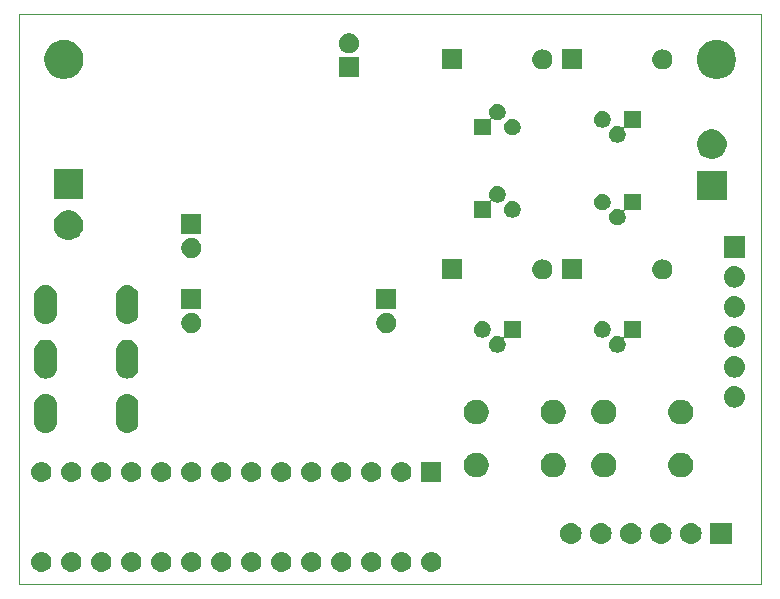
<source format=gbr>
G04 #@! TF.GenerationSoftware,KiCad,Pcbnew,5.1.4*
G04 #@! TF.CreationDate,2019-11-19T03:17:16+01:00*
G04 #@! TF.ProjectId,sclock,73636c6f-636b-42e6-9b69-6361645f7063,rev?*
G04 #@! TF.SameCoordinates,Original*
G04 #@! TF.FileFunction,Soldermask,Bot*
G04 #@! TF.FilePolarity,Negative*
%FSLAX46Y46*%
G04 Gerber Fmt 4.6, Leading zero omitted, Abs format (unit mm)*
G04 Created by KiCad (PCBNEW 5.1.4) date 2019-11-19 03:17:16*
%MOMM*%
%LPD*%
G04 APERTURE LIST*
%ADD10C,0.050000*%
%ADD11C,0.100000*%
G04 APERTURE END LIST*
D10*
X128270000Y-60960000D02*
X65405000Y-60960000D01*
X128270000Y-109220000D02*
X128270000Y-60960000D01*
X65405000Y-109220000D02*
X128270000Y-109220000D01*
X65405000Y-60960000D02*
X65405000Y-109220000D01*
D11*
G36*
X100496823Y-106476313D02*
G01*
X100657242Y-106524976D01*
X100789906Y-106595886D01*
X100805078Y-106603996D01*
X100934659Y-106710341D01*
X101041004Y-106839922D01*
X101041005Y-106839924D01*
X101120024Y-106987758D01*
X101168687Y-107148177D01*
X101185117Y-107315000D01*
X101168687Y-107481823D01*
X101120024Y-107642242D01*
X101049114Y-107774906D01*
X101041004Y-107790078D01*
X100934659Y-107919659D01*
X100805078Y-108026004D01*
X100805076Y-108026005D01*
X100657242Y-108105024D01*
X100496823Y-108153687D01*
X100371804Y-108166000D01*
X100288196Y-108166000D01*
X100163177Y-108153687D01*
X100002758Y-108105024D01*
X99854924Y-108026005D01*
X99854922Y-108026004D01*
X99725341Y-107919659D01*
X99618996Y-107790078D01*
X99610886Y-107774906D01*
X99539976Y-107642242D01*
X99491313Y-107481823D01*
X99474883Y-107315000D01*
X99491313Y-107148177D01*
X99539976Y-106987758D01*
X99618995Y-106839924D01*
X99618996Y-106839922D01*
X99725341Y-106710341D01*
X99854922Y-106603996D01*
X99870094Y-106595886D01*
X100002758Y-106524976D01*
X100163177Y-106476313D01*
X100288196Y-106464000D01*
X100371804Y-106464000D01*
X100496823Y-106476313D01*
X100496823Y-106476313D01*
G37*
G36*
X97956823Y-106476313D02*
G01*
X98117242Y-106524976D01*
X98249906Y-106595886D01*
X98265078Y-106603996D01*
X98394659Y-106710341D01*
X98501004Y-106839922D01*
X98501005Y-106839924D01*
X98580024Y-106987758D01*
X98628687Y-107148177D01*
X98645117Y-107315000D01*
X98628687Y-107481823D01*
X98580024Y-107642242D01*
X98509114Y-107774906D01*
X98501004Y-107790078D01*
X98394659Y-107919659D01*
X98265078Y-108026004D01*
X98265076Y-108026005D01*
X98117242Y-108105024D01*
X97956823Y-108153687D01*
X97831804Y-108166000D01*
X97748196Y-108166000D01*
X97623177Y-108153687D01*
X97462758Y-108105024D01*
X97314924Y-108026005D01*
X97314922Y-108026004D01*
X97185341Y-107919659D01*
X97078996Y-107790078D01*
X97070886Y-107774906D01*
X96999976Y-107642242D01*
X96951313Y-107481823D01*
X96934883Y-107315000D01*
X96951313Y-107148177D01*
X96999976Y-106987758D01*
X97078995Y-106839924D01*
X97078996Y-106839922D01*
X97185341Y-106710341D01*
X97314922Y-106603996D01*
X97330094Y-106595886D01*
X97462758Y-106524976D01*
X97623177Y-106476313D01*
X97748196Y-106464000D01*
X97831804Y-106464000D01*
X97956823Y-106476313D01*
X97956823Y-106476313D01*
G37*
G36*
X67476823Y-106476313D02*
G01*
X67637242Y-106524976D01*
X67769906Y-106595886D01*
X67785078Y-106603996D01*
X67914659Y-106710341D01*
X68021004Y-106839922D01*
X68021005Y-106839924D01*
X68100024Y-106987758D01*
X68148687Y-107148177D01*
X68165117Y-107315000D01*
X68148687Y-107481823D01*
X68100024Y-107642242D01*
X68029114Y-107774906D01*
X68021004Y-107790078D01*
X67914659Y-107919659D01*
X67785078Y-108026004D01*
X67785076Y-108026005D01*
X67637242Y-108105024D01*
X67476823Y-108153687D01*
X67351804Y-108166000D01*
X67268196Y-108166000D01*
X67143177Y-108153687D01*
X66982758Y-108105024D01*
X66834924Y-108026005D01*
X66834922Y-108026004D01*
X66705341Y-107919659D01*
X66598996Y-107790078D01*
X66590886Y-107774906D01*
X66519976Y-107642242D01*
X66471313Y-107481823D01*
X66454883Y-107315000D01*
X66471313Y-107148177D01*
X66519976Y-106987758D01*
X66598995Y-106839924D01*
X66598996Y-106839922D01*
X66705341Y-106710341D01*
X66834922Y-106603996D01*
X66850094Y-106595886D01*
X66982758Y-106524976D01*
X67143177Y-106476313D01*
X67268196Y-106464000D01*
X67351804Y-106464000D01*
X67476823Y-106476313D01*
X67476823Y-106476313D01*
G37*
G36*
X70016823Y-106476313D02*
G01*
X70177242Y-106524976D01*
X70309906Y-106595886D01*
X70325078Y-106603996D01*
X70454659Y-106710341D01*
X70561004Y-106839922D01*
X70561005Y-106839924D01*
X70640024Y-106987758D01*
X70688687Y-107148177D01*
X70705117Y-107315000D01*
X70688687Y-107481823D01*
X70640024Y-107642242D01*
X70569114Y-107774906D01*
X70561004Y-107790078D01*
X70454659Y-107919659D01*
X70325078Y-108026004D01*
X70325076Y-108026005D01*
X70177242Y-108105024D01*
X70016823Y-108153687D01*
X69891804Y-108166000D01*
X69808196Y-108166000D01*
X69683177Y-108153687D01*
X69522758Y-108105024D01*
X69374924Y-108026005D01*
X69374922Y-108026004D01*
X69245341Y-107919659D01*
X69138996Y-107790078D01*
X69130886Y-107774906D01*
X69059976Y-107642242D01*
X69011313Y-107481823D01*
X68994883Y-107315000D01*
X69011313Y-107148177D01*
X69059976Y-106987758D01*
X69138995Y-106839924D01*
X69138996Y-106839922D01*
X69245341Y-106710341D01*
X69374922Y-106603996D01*
X69390094Y-106595886D01*
X69522758Y-106524976D01*
X69683177Y-106476313D01*
X69808196Y-106464000D01*
X69891804Y-106464000D01*
X70016823Y-106476313D01*
X70016823Y-106476313D01*
G37*
G36*
X72556823Y-106476313D02*
G01*
X72717242Y-106524976D01*
X72849906Y-106595886D01*
X72865078Y-106603996D01*
X72994659Y-106710341D01*
X73101004Y-106839922D01*
X73101005Y-106839924D01*
X73180024Y-106987758D01*
X73228687Y-107148177D01*
X73245117Y-107315000D01*
X73228687Y-107481823D01*
X73180024Y-107642242D01*
X73109114Y-107774906D01*
X73101004Y-107790078D01*
X72994659Y-107919659D01*
X72865078Y-108026004D01*
X72865076Y-108026005D01*
X72717242Y-108105024D01*
X72556823Y-108153687D01*
X72431804Y-108166000D01*
X72348196Y-108166000D01*
X72223177Y-108153687D01*
X72062758Y-108105024D01*
X71914924Y-108026005D01*
X71914922Y-108026004D01*
X71785341Y-107919659D01*
X71678996Y-107790078D01*
X71670886Y-107774906D01*
X71599976Y-107642242D01*
X71551313Y-107481823D01*
X71534883Y-107315000D01*
X71551313Y-107148177D01*
X71599976Y-106987758D01*
X71678995Y-106839924D01*
X71678996Y-106839922D01*
X71785341Y-106710341D01*
X71914922Y-106603996D01*
X71930094Y-106595886D01*
X72062758Y-106524976D01*
X72223177Y-106476313D01*
X72348196Y-106464000D01*
X72431804Y-106464000D01*
X72556823Y-106476313D01*
X72556823Y-106476313D01*
G37*
G36*
X75096823Y-106476313D02*
G01*
X75257242Y-106524976D01*
X75389906Y-106595886D01*
X75405078Y-106603996D01*
X75534659Y-106710341D01*
X75641004Y-106839922D01*
X75641005Y-106839924D01*
X75720024Y-106987758D01*
X75768687Y-107148177D01*
X75785117Y-107315000D01*
X75768687Y-107481823D01*
X75720024Y-107642242D01*
X75649114Y-107774906D01*
X75641004Y-107790078D01*
X75534659Y-107919659D01*
X75405078Y-108026004D01*
X75405076Y-108026005D01*
X75257242Y-108105024D01*
X75096823Y-108153687D01*
X74971804Y-108166000D01*
X74888196Y-108166000D01*
X74763177Y-108153687D01*
X74602758Y-108105024D01*
X74454924Y-108026005D01*
X74454922Y-108026004D01*
X74325341Y-107919659D01*
X74218996Y-107790078D01*
X74210886Y-107774906D01*
X74139976Y-107642242D01*
X74091313Y-107481823D01*
X74074883Y-107315000D01*
X74091313Y-107148177D01*
X74139976Y-106987758D01*
X74218995Y-106839924D01*
X74218996Y-106839922D01*
X74325341Y-106710341D01*
X74454922Y-106603996D01*
X74470094Y-106595886D01*
X74602758Y-106524976D01*
X74763177Y-106476313D01*
X74888196Y-106464000D01*
X74971804Y-106464000D01*
X75096823Y-106476313D01*
X75096823Y-106476313D01*
G37*
G36*
X77636823Y-106476313D02*
G01*
X77797242Y-106524976D01*
X77929906Y-106595886D01*
X77945078Y-106603996D01*
X78074659Y-106710341D01*
X78181004Y-106839922D01*
X78181005Y-106839924D01*
X78260024Y-106987758D01*
X78308687Y-107148177D01*
X78325117Y-107315000D01*
X78308687Y-107481823D01*
X78260024Y-107642242D01*
X78189114Y-107774906D01*
X78181004Y-107790078D01*
X78074659Y-107919659D01*
X77945078Y-108026004D01*
X77945076Y-108026005D01*
X77797242Y-108105024D01*
X77636823Y-108153687D01*
X77511804Y-108166000D01*
X77428196Y-108166000D01*
X77303177Y-108153687D01*
X77142758Y-108105024D01*
X76994924Y-108026005D01*
X76994922Y-108026004D01*
X76865341Y-107919659D01*
X76758996Y-107790078D01*
X76750886Y-107774906D01*
X76679976Y-107642242D01*
X76631313Y-107481823D01*
X76614883Y-107315000D01*
X76631313Y-107148177D01*
X76679976Y-106987758D01*
X76758995Y-106839924D01*
X76758996Y-106839922D01*
X76865341Y-106710341D01*
X76994922Y-106603996D01*
X77010094Y-106595886D01*
X77142758Y-106524976D01*
X77303177Y-106476313D01*
X77428196Y-106464000D01*
X77511804Y-106464000D01*
X77636823Y-106476313D01*
X77636823Y-106476313D01*
G37*
G36*
X80176823Y-106476313D02*
G01*
X80337242Y-106524976D01*
X80469906Y-106595886D01*
X80485078Y-106603996D01*
X80614659Y-106710341D01*
X80721004Y-106839922D01*
X80721005Y-106839924D01*
X80800024Y-106987758D01*
X80848687Y-107148177D01*
X80865117Y-107315000D01*
X80848687Y-107481823D01*
X80800024Y-107642242D01*
X80729114Y-107774906D01*
X80721004Y-107790078D01*
X80614659Y-107919659D01*
X80485078Y-108026004D01*
X80485076Y-108026005D01*
X80337242Y-108105024D01*
X80176823Y-108153687D01*
X80051804Y-108166000D01*
X79968196Y-108166000D01*
X79843177Y-108153687D01*
X79682758Y-108105024D01*
X79534924Y-108026005D01*
X79534922Y-108026004D01*
X79405341Y-107919659D01*
X79298996Y-107790078D01*
X79290886Y-107774906D01*
X79219976Y-107642242D01*
X79171313Y-107481823D01*
X79154883Y-107315000D01*
X79171313Y-107148177D01*
X79219976Y-106987758D01*
X79298995Y-106839924D01*
X79298996Y-106839922D01*
X79405341Y-106710341D01*
X79534922Y-106603996D01*
X79550094Y-106595886D01*
X79682758Y-106524976D01*
X79843177Y-106476313D01*
X79968196Y-106464000D01*
X80051804Y-106464000D01*
X80176823Y-106476313D01*
X80176823Y-106476313D01*
G37*
G36*
X85256823Y-106476313D02*
G01*
X85417242Y-106524976D01*
X85549906Y-106595886D01*
X85565078Y-106603996D01*
X85694659Y-106710341D01*
X85801004Y-106839922D01*
X85801005Y-106839924D01*
X85880024Y-106987758D01*
X85928687Y-107148177D01*
X85945117Y-107315000D01*
X85928687Y-107481823D01*
X85880024Y-107642242D01*
X85809114Y-107774906D01*
X85801004Y-107790078D01*
X85694659Y-107919659D01*
X85565078Y-108026004D01*
X85565076Y-108026005D01*
X85417242Y-108105024D01*
X85256823Y-108153687D01*
X85131804Y-108166000D01*
X85048196Y-108166000D01*
X84923177Y-108153687D01*
X84762758Y-108105024D01*
X84614924Y-108026005D01*
X84614922Y-108026004D01*
X84485341Y-107919659D01*
X84378996Y-107790078D01*
X84370886Y-107774906D01*
X84299976Y-107642242D01*
X84251313Y-107481823D01*
X84234883Y-107315000D01*
X84251313Y-107148177D01*
X84299976Y-106987758D01*
X84378995Y-106839924D01*
X84378996Y-106839922D01*
X84485341Y-106710341D01*
X84614922Y-106603996D01*
X84630094Y-106595886D01*
X84762758Y-106524976D01*
X84923177Y-106476313D01*
X85048196Y-106464000D01*
X85131804Y-106464000D01*
X85256823Y-106476313D01*
X85256823Y-106476313D01*
G37*
G36*
X87796823Y-106476313D02*
G01*
X87957242Y-106524976D01*
X88089906Y-106595886D01*
X88105078Y-106603996D01*
X88234659Y-106710341D01*
X88341004Y-106839922D01*
X88341005Y-106839924D01*
X88420024Y-106987758D01*
X88468687Y-107148177D01*
X88485117Y-107315000D01*
X88468687Y-107481823D01*
X88420024Y-107642242D01*
X88349114Y-107774906D01*
X88341004Y-107790078D01*
X88234659Y-107919659D01*
X88105078Y-108026004D01*
X88105076Y-108026005D01*
X87957242Y-108105024D01*
X87796823Y-108153687D01*
X87671804Y-108166000D01*
X87588196Y-108166000D01*
X87463177Y-108153687D01*
X87302758Y-108105024D01*
X87154924Y-108026005D01*
X87154922Y-108026004D01*
X87025341Y-107919659D01*
X86918996Y-107790078D01*
X86910886Y-107774906D01*
X86839976Y-107642242D01*
X86791313Y-107481823D01*
X86774883Y-107315000D01*
X86791313Y-107148177D01*
X86839976Y-106987758D01*
X86918995Y-106839924D01*
X86918996Y-106839922D01*
X87025341Y-106710341D01*
X87154922Y-106603996D01*
X87170094Y-106595886D01*
X87302758Y-106524976D01*
X87463177Y-106476313D01*
X87588196Y-106464000D01*
X87671804Y-106464000D01*
X87796823Y-106476313D01*
X87796823Y-106476313D01*
G37*
G36*
X90336823Y-106476313D02*
G01*
X90497242Y-106524976D01*
X90629906Y-106595886D01*
X90645078Y-106603996D01*
X90774659Y-106710341D01*
X90881004Y-106839922D01*
X90881005Y-106839924D01*
X90960024Y-106987758D01*
X91008687Y-107148177D01*
X91025117Y-107315000D01*
X91008687Y-107481823D01*
X90960024Y-107642242D01*
X90889114Y-107774906D01*
X90881004Y-107790078D01*
X90774659Y-107919659D01*
X90645078Y-108026004D01*
X90645076Y-108026005D01*
X90497242Y-108105024D01*
X90336823Y-108153687D01*
X90211804Y-108166000D01*
X90128196Y-108166000D01*
X90003177Y-108153687D01*
X89842758Y-108105024D01*
X89694924Y-108026005D01*
X89694922Y-108026004D01*
X89565341Y-107919659D01*
X89458996Y-107790078D01*
X89450886Y-107774906D01*
X89379976Y-107642242D01*
X89331313Y-107481823D01*
X89314883Y-107315000D01*
X89331313Y-107148177D01*
X89379976Y-106987758D01*
X89458995Y-106839924D01*
X89458996Y-106839922D01*
X89565341Y-106710341D01*
X89694922Y-106603996D01*
X89710094Y-106595886D01*
X89842758Y-106524976D01*
X90003177Y-106476313D01*
X90128196Y-106464000D01*
X90211804Y-106464000D01*
X90336823Y-106476313D01*
X90336823Y-106476313D01*
G37*
G36*
X92876823Y-106476313D02*
G01*
X93037242Y-106524976D01*
X93169906Y-106595886D01*
X93185078Y-106603996D01*
X93314659Y-106710341D01*
X93421004Y-106839922D01*
X93421005Y-106839924D01*
X93500024Y-106987758D01*
X93548687Y-107148177D01*
X93565117Y-107315000D01*
X93548687Y-107481823D01*
X93500024Y-107642242D01*
X93429114Y-107774906D01*
X93421004Y-107790078D01*
X93314659Y-107919659D01*
X93185078Y-108026004D01*
X93185076Y-108026005D01*
X93037242Y-108105024D01*
X92876823Y-108153687D01*
X92751804Y-108166000D01*
X92668196Y-108166000D01*
X92543177Y-108153687D01*
X92382758Y-108105024D01*
X92234924Y-108026005D01*
X92234922Y-108026004D01*
X92105341Y-107919659D01*
X91998996Y-107790078D01*
X91990886Y-107774906D01*
X91919976Y-107642242D01*
X91871313Y-107481823D01*
X91854883Y-107315000D01*
X91871313Y-107148177D01*
X91919976Y-106987758D01*
X91998995Y-106839924D01*
X91998996Y-106839922D01*
X92105341Y-106710341D01*
X92234922Y-106603996D01*
X92250094Y-106595886D01*
X92382758Y-106524976D01*
X92543177Y-106476313D01*
X92668196Y-106464000D01*
X92751804Y-106464000D01*
X92876823Y-106476313D01*
X92876823Y-106476313D01*
G37*
G36*
X95416823Y-106476313D02*
G01*
X95577242Y-106524976D01*
X95709906Y-106595886D01*
X95725078Y-106603996D01*
X95854659Y-106710341D01*
X95961004Y-106839922D01*
X95961005Y-106839924D01*
X96040024Y-106987758D01*
X96088687Y-107148177D01*
X96105117Y-107315000D01*
X96088687Y-107481823D01*
X96040024Y-107642242D01*
X95969114Y-107774906D01*
X95961004Y-107790078D01*
X95854659Y-107919659D01*
X95725078Y-108026004D01*
X95725076Y-108026005D01*
X95577242Y-108105024D01*
X95416823Y-108153687D01*
X95291804Y-108166000D01*
X95208196Y-108166000D01*
X95083177Y-108153687D01*
X94922758Y-108105024D01*
X94774924Y-108026005D01*
X94774922Y-108026004D01*
X94645341Y-107919659D01*
X94538996Y-107790078D01*
X94530886Y-107774906D01*
X94459976Y-107642242D01*
X94411313Y-107481823D01*
X94394883Y-107315000D01*
X94411313Y-107148177D01*
X94459976Y-106987758D01*
X94538995Y-106839924D01*
X94538996Y-106839922D01*
X94645341Y-106710341D01*
X94774922Y-106603996D01*
X94790094Y-106595886D01*
X94922758Y-106524976D01*
X95083177Y-106476313D01*
X95208196Y-106464000D01*
X95291804Y-106464000D01*
X95416823Y-106476313D01*
X95416823Y-106476313D01*
G37*
G36*
X82716823Y-106476313D02*
G01*
X82877242Y-106524976D01*
X83009906Y-106595886D01*
X83025078Y-106603996D01*
X83154659Y-106710341D01*
X83261004Y-106839922D01*
X83261005Y-106839924D01*
X83340024Y-106987758D01*
X83388687Y-107148177D01*
X83405117Y-107315000D01*
X83388687Y-107481823D01*
X83340024Y-107642242D01*
X83269114Y-107774906D01*
X83261004Y-107790078D01*
X83154659Y-107919659D01*
X83025078Y-108026004D01*
X83025076Y-108026005D01*
X82877242Y-108105024D01*
X82716823Y-108153687D01*
X82591804Y-108166000D01*
X82508196Y-108166000D01*
X82383177Y-108153687D01*
X82222758Y-108105024D01*
X82074924Y-108026005D01*
X82074922Y-108026004D01*
X81945341Y-107919659D01*
X81838996Y-107790078D01*
X81830886Y-107774906D01*
X81759976Y-107642242D01*
X81711313Y-107481823D01*
X81694883Y-107315000D01*
X81711313Y-107148177D01*
X81759976Y-106987758D01*
X81838995Y-106839924D01*
X81838996Y-106839922D01*
X81945341Y-106710341D01*
X82074922Y-106603996D01*
X82090094Y-106595886D01*
X82222758Y-106524976D01*
X82383177Y-106476313D01*
X82508196Y-106464000D01*
X82591804Y-106464000D01*
X82716823Y-106476313D01*
X82716823Y-106476313D01*
G37*
G36*
X114791443Y-104007519D02*
G01*
X114857627Y-104014037D01*
X115027466Y-104065557D01*
X115183991Y-104149222D01*
X115219729Y-104178552D01*
X115321186Y-104261814D01*
X115404448Y-104363271D01*
X115433778Y-104399009D01*
X115517443Y-104555534D01*
X115568963Y-104725373D01*
X115586359Y-104902000D01*
X115568963Y-105078627D01*
X115517443Y-105248466D01*
X115433778Y-105404991D01*
X115404448Y-105440729D01*
X115321186Y-105542186D01*
X115219729Y-105625448D01*
X115183991Y-105654778D01*
X115027466Y-105738443D01*
X114857627Y-105789963D01*
X114791442Y-105796482D01*
X114725260Y-105803000D01*
X114636740Y-105803000D01*
X114570558Y-105796482D01*
X114504373Y-105789963D01*
X114334534Y-105738443D01*
X114178009Y-105654778D01*
X114142271Y-105625448D01*
X114040814Y-105542186D01*
X113957552Y-105440729D01*
X113928222Y-105404991D01*
X113844557Y-105248466D01*
X113793037Y-105078627D01*
X113775641Y-104902000D01*
X113793037Y-104725373D01*
X113844557Y-104555534D01*
X113928222Y-104399009D01*
X113957552Y-104363271D01*
X114040814Y-104261814D01*
X114142271Y-104178552D01*
X114178009Y-104149222D01*
X114334534Y-104065557D01*
X114504373Y-104014037D01*
X114570558Y-104007518D01*
X114636740Y-104001000D01*
X114725260Y-104001000D01*
X114791443Y-104007519D01*
X114791443Y-104007519D01*
G37*
G36*
X122411443Y-104007519D02*
G01*
X122477627Y-104014037D01*
X122647466Y-104065557D01*
X122803991Y-104149222D01*
X122839729Y-104178552D01*
X122941186Y-104261814D01*
X123024448Y-104363271D01*
X123053778Y-104399009D01*
X123137443Y-104555534D01*
X123188963Y-104725373D01*
X123206359Y-104902000D01*
X123188963Y-105078627D01*
X123137443Y-105248466D01*
X123053778Y-105404991D01*
X123024448Y-105440729D01*
X122941186Y-105542186D01*
X122839729Y-105625448D01*
X122803991Y-105654778D01*
X122647466Y-105738443D01*
X122477627Y-105789963D01*
X122411442Y-105796482D01*
X122345260Y-105803000D01*
X122256740Y-105803000D01*
X122190558Y-105796482D01*
X122124373Y-105789963D01*
X121954534Y-105738443D01*
X121798009Y-105654778D01*
X121762271Y-105625448D01*
X121660814Y-105542186D01*
X121577552Y-105440729D01*
X121548222Y-105404991D01*
X121464557Y-105248466D01*
X121413037Y-105078627D01*
X121395641Y-104902000D01*
X121413037Y-104725373D01*
X121464557Y-104555534D01*
X121548222Y-104399009D01*
X121577552Y-104363271D01*
X121660814Y-104261814D01*
X121762271Y-104178552D01*
X121798009Y-104149222D01*
X121954534Y-104065557D01*
X122124373Y-104014037D01*
X122190558Y-104007518D01*
X122256740Y-104001000D01*
X122345260Y-104001000D01*
X122411443Y-104007519D01*
X122411443Y-104007519D01*
G37*
G36*
X117331443Y-104007519D02*
G01*
X117397627Y-104014037D01*
X117567466Y-104065557D01*
X117723991Y-104149222D01*
X117759729Y-104178552D01*
X117861186Y-104261814D01*
X117944448Y-104363271D01*
X117973778Y-104399009D01*
X118057443Y-104555534D01*
X118108963Y-104725373D01*
X118126359Y-104902000D01*
X118108963Y-105078627D01*
X118057443Y-105248466D01*
X117973778Y-105404991D01*
X117944448Y-105440729D01*
X117861186Y-105542186D01*
X117759729Y-105625448D01*
X117723991Y-105654778D01*
X117567466Y-105738443D01*
X117397627Y-105789963D01*
X117331442Y-105796482D01*
X117265260Y-105803000D01*
X117176740Y-105803000D01*
X117110558Y-105796482D01*
X117044373Y-105789963D01*
X116874534Y-105738443D01*
X116718009Y-105654778D01*
X116682271Y-105625448D01*
X116580814Y-105542186D01*
X116497552Y-105440729D01*
X116468222Y-105404991D01*
X116384557Y-105248466D01*
X116333037Y-105078627D01*
X116315641Y-104902000D01*
X116333037Y-104725373D01*
X116384557Y-104555534D01*
X116468222Y-104399009D01*
X116497552Y-104363271D01*
X116580814Y-104261814D01*
X116682271Y-104178552D01*
X116718009Y-104149222D01*
X116874534Y-104065557D01*
X117044373Y-104014037D01*
X117110558Y-104007518D01*
X117176740Y-104001000D01*
X117265260Y-104001000D01*
X117331443Y-104007519D01*
X117331443Y-104007519D01*
G37*
G36*
X112251443Y-104007519D02*
G01*
X112317627Y-104014037D01*
X112487466Y-104065557D01*
X112643991Y-104149222D01*
X112679729Y-104178552D01*
X112781186Y-104261814D01*
X112864448Y-104363271D01*
X112893778Y-104399009D01*
X112977443Y-104555534D01*
X113028963Y-104725373D01*
X113046359Y-104902000D01*
X113028963Y-105078627D01*
X112977443Y-105248466D01*
X112893778Y-105404991D01*
X112864448Y-105440729D01*
X112781186Y-105542186D01*
X112679729Y-105625448D01*
X112643991Y-105654778D01*
X112487466Y-105738443D01*
X112317627Y-105789963D01*
X112251442Y-105796482D01*
X112185260Y-105803000D01*
X112096740Y-105803000D01*
X112030558Y-105796482D01*
X111964373Y-105789963D01*
X111794534Y-105738443D01*
X111638009Y-105654778D01*
X111602271Y-105625448D01*
X111500814Y-105542186D01*
X111417552Y-105440729D01*
X111388222Y-105404991D01*
X111304557Y-105248466D01*
X111253037Y-105078627D01*
X111235641Y-104902000D01*
X111253037Y-104725373D01*
X111304557Y-104555534D01*
X111388222Y-104399009D01*
X111417552Y-104363271D01*
X111500814Y-104261814D01*
X111602271Y-104178552D01*
X111638009Y-104149222D01*
X111794534Y-104065557D01*
X111964373Y-104014037D01*
X112030558Y-104007518D01*
X112096740Y-104001000D01*
X112185260Y-104001000D01*
X112251443Y-104007519D01*
X112251443Y-104007519D01*
G37*
G36*
X125742000Y-105803000D02*
G01*
X123940000Y-105803000D01*
X123940000Y-104001000D01*
X125742000Y-104001000D01*
X125742000Y-105803000D01*
X125742000Y-105803000D01*
G37*
G36*
X119871443Y-104007519D02*
G01*
X119937627Y-104014037D01*
X120107466Y-104065557D01*
X120263991Y-104149222D01*
X120299729Y-104178552D01*
X120401186Y-104261814D01*
X120484448Y-104363271D01*
X120513778Y-104399009D01*
X120597443Y-104555534D01*
X120648963Y-104725373D01*
X120666359Y-104902000D01*
X120648963Y-105078627D01*
X120597443Y-105248466D01*
X120513778Y-105404991D01*
X120484448Y-105440729D01*
X120401186Y-105542186D01*
X120299729Y-105625448D01*
X120263991Y-105654778D01*
X120107466Y-105738443D01*
X119937627Y-105789963D01*
X119871442Y-105796482D01*
X119805260Y-105803000D01*
X119716740Y-105803000D01*
X119650558Y-105796482D01*
X119584373Y-105789963D01*
X119414534Y-105738443D01*
X119258009Y-105654778D01*
X119222271Y-105625448D01*
X119120814Y-105542186D01*
X119037552Y-105440729D01*
X119008222Y-105404991D01*
X118924557Y-105248466D01*
X118873037Y-105078627D01*
X118855641Y-104902000D01*
X118873037Y-104725373D01*
X118924557Y-104555534D01*
X119008222Y-104399009D01*
X119037552Y-104363271D01*
X119120814Y-104261814D01*
X119222271Y-104178552D01*
X119258009Y-104149222D01*
X119414534Y-104065557D01*
X119584373Y-104014037D01*
X119650558Y-104007518D01*
X119716740Y-104001000D01*
X119805260Y-104001000D01*
X119871443Y-104007519D01*
X119871443Y-104007519D01*
G37*
G36*
X77636823Y-98856313D02*
G01*
X77797242Y-98904976D01*
X77929906Y-98975886D01*
X77945078Y-98983996D01*
X78074659Y-99090341D01*
X78181004Y-99219922D01*
X78181005Y-99219924D01*
X78260024Y-99367758D01*
X78308687Y-99528177D01*
X78325117Y-99695000D01*
X78308687Y-99861823D01*
X78260024Y-100022242D01*
X78204772Y-100125611D01*
X78181004Y-100170078D01*
X78074659Y-100299659D01*
X77945078Y-100406004D01*
X77945076Y-100406005D01*
X77797242Y-100485024D01*
X77636823Y-100533687D01*
X77511804Y-100546000D01*
X77428196Y-100546000D01*
X77303177Y-100533687D01*
X77142758Y-100485024D01*
X76994924Y-100406005D01*
X76994922Y-100406004D01*
X76865341Y-100299659D01*
X76758996Y-100170078D01*
X76735228Y-100125611D01*
X76679976Y-100022242D01*
X76631313Y-99861823D01*
X76614883Y-99695000D01*
X76631313Y-99528177D01*
X76679976Y-99367758D01*
X76758995Y-99219924D01*
X76758996Y-99219922D01*
X76865341Y-99090341D01*
X76994922Y-98983996D01*
X77010094Y-98975886D01*
X77142758Y-98904976D01*
X77303177Y-98856313D01*
X77428196Y-98844000D01*
X77511804Y-98844000D01*
X77636823Y-98856313D01*
X77636823Y-98856313D01*
G37*
G36*
X67476823Y-98856313D02*
G01*
X67637242Y-98904976D01*
X67769906Y-98975886D01*
X67785078Y-98983996D01*
X67914659Y-99090341D01*
X68021004Y-99219922D01*
X68021005Y-99219924D01*
X68100024Y-99367758D01*
X68148687Y-99528177D01*
X68165117Y-99695000D01*
X68148687Y-99861823D01*
X68100024Y-100022242D01*
X68044772Y-100125611D01*
X68021004Y-100170078D01*
X67914659Y-100299659D01*
X67785078Y-100406004D01*
X67785076Y-100406005D01*
X67637242Y-100485024D01*
X67476823Y-100533687D01*
X67351804Y-100546000D01*
X67268196Y-100546000D01*
X67143177Y-100533687D01*
X66982758Y-100485024D01*
X66834924Y-100406005D01*
X66834922Y-100406004D01*
X66705341Y-100299659D01*
X66598996Y-100170078D01*
X66575228Y-100125611D01*
X66519976Y-100022242D01*
X66471313Y-99861823D01*
X66454883Y-99695000D01*
X66471313Y-99528177D01*
X66519976Y-99367758D01*
X66598995Y-99219924D01*
X66598996Y-99219922D01*
X66705341Y-99090341D01*
X66834922Y-98983996D01*
X66850094Y-98975886D01*
X66982758Y-98904976D01*
X67143177Y-98856313D01*
X67268196Y-98844000D01*
X67351804Y-98844000D01*
X67476823Y-98856313D01*
X67476823Y-98856313D01*
G37*
G36*
X70016823Y-98856313D02*
G01*
X70177242Y-98904976D01*
X70309906Y-98975886D01*
X70325078Y-98983996D01*
X70454659Y-99090341D01*
X70561004Y-99219922D01*
X70561005Y-99219924D01*
X70640024Y-99367758D01*
X70688687Y-99528177D01*
X70705117Y-99695000D01*
X70688687Y-99861823D01*
X70640024Y-100022242D01*
X70584772Y-100125611D01*
X70561004Y-100170078D01*
X70454659Y-100299659D01*
X70325078Y-100406004D01*
X70325076Y-100406005D01*
X70177242Y-100485024D01*
X70016823Y-100533687D01*
X69891804Y-100546000D01*
X69808196Y-100546000D01*
X69683177Y-100533687D01*
X69522758Y-100485024D01*
X69374924Y-100406005D01*
X69374922Y-100406004D01*
X69245341Y-100299659D01*
X69138996Y-100170078D01*
X69115228Y-100125611D01*
X69059976Y-100022242D01*
X69011313Y-99861823D01*
X68994883Y-99695000D01*
X69011313Y-99528177D01*
X69059976Y-99367758D01*
X69138995Y-99219924D01*
X69138996Y-99219922D01*
X69245341Y-99090341D01*
X69374922Y-98983996D01*
X69390094Y-98975886D01*
X69522758Y-98904976D01*
X69683177Y-98856313D01*
X69808196Y-98844000D01*
X69891804Y-98844000D01*
X70016823Y-98856313D01*
X70016823Y-98856313D01*
G37*
G36*
X72556823Y-98856313D02*
G01*
X72717242Y-98904976D01*
X72849906Y-98975886D01*
X72865078Y-98983996D01*
X72994659Y-99090341D01*
X73101004Y-99219922D01*
X73101005Y-99219924D01*
X73180024Y-99367758D01*
X73228687Y-99528177D01*
X73245117Y-99695000D01*
X73228687Y-99861823D01*
X73180024Y-100022242D01*
X73124772Y-100125611D01*
X73101004Y-100170078D01*
X72994659Y-100299659D01*
X72865078Y-100406004D01*
X72865076Y-100406005D01*
X72717242Y-100485024D01*
X72556823Y-100533687D01*
X72431804Y-100546000D01*
X72348196Y-100546000D01*
X72223177Y-100533687D01*
X72062758Y-100485024D01*
X71914924Y-100406005D01*
X71914922Y-100406004D01*
X71785341Y-100299659D01*
X71678996Y-100170078D01*
X71655228Y-100125611D01*
X71599976Y-100022242D01*
X71551313Y-99861823D01*
X71534883Y-99695000D01*
X71551313Y-99528177D01*
X71599976Y-99367758D01*
X71678995Y-99219924D01*
X71678996Y-99219922D01*
X71785341Y-99090341D01*
X71914922Y-98983996D01*
X71930094Y-98975886D01*
X72062758Y-98904976D01*
X72223177Y-98856313D01*
X72348196Y-98844000D01*
X72431804Y-98844000D01*
X72556823Y-98856313D01*
X72556823Y-98856313D01*
G37*
G36*
X75096823Y-98856313D02*
G01*
X75257242Y-98904976D01*
X75389906Y-98975886D01*
X75405078Y-98983996D01*
X75534659Y-99090341D01*
X75641004Y-99219922D01*
X75641005Y-99219924D01*
X75720024Y-99367758D01*
X75768687Y-99528177D01*
X75785117Y-99695000D01*
X75768687Y-99861823D01*
X75720024Y-100022242D01*
X75664772Y-100125611D01*
X75641004Y-100170078D01*
X75534659Y-100299659D01*
X75405078Y-100406004D01*
X75405076Y-100406005D01*
X75257242Y-100485024D01*
X75096823Y-100533687D01*
X74971804Y-100546000D01*
X74888196Y-100546000D01*
X74763177Y-100533687D01*
X74602758Y-100485024D01*
X74454924Y-100406005D01*
X74454922Y-100406004D01*
X74325341Y-100299659D01*
X74218996Y-100170078D01*
X74195228Y-100125611D01*
X74139976Y-100022242D01*
X74091313Y-99861823D01*
X74074883Y-99695000D01*
X74091313Y-99528177D01*
X74139976Y-99367758D01*
X74218995Y-99219924D01*
X74218996Y-99219922D01*
X74325341Y-99090341D01*
X74454922Y-98983996D01*
X74470094Y-98975886D01*
X74602758Y-98904976D01*
X74763177Y-98856313D01*
X74888196Y-98844000D01*
X74971804Y-98844000D01*
X75096823Y-98856313D01*
X75096823Y-98856313D01*
G37*
G36*
X101181000Y-100546000D02*
G01*
X99479000Y-100546000D01*
X99479000Y-98844000D01*
X101181000Y-98844000D01*
X101181000Y-100546000D01*
X101181000Y-100546000D01*
G37*
G36*
X97956823Y-98856313D02*
G01*
X98117242Y-98904976D01*
X98249906Y-98975886D01*
X98265078Y-98983996D01*
X98394659Y-99090341D01*
X98501004Y-99219922D01*
X98501005Y-99219924D01*
X98580024Y-99367758D01*
X98628687Y-99528177D01*
X98645117Y-99695000D01*
X98628687Y-99861823D01*
X98580024Y-100022242D01*
X98524772Y-100125611D01*
X98501004Y-100170078D01*
X98394659Y-100299659D01*
X98265078Y-100406004D01*
X98265076Y-100406005D01*
X98117242Y-100485024D01*
X97956823Y-100533687D01*
X97831804Y-100546000D01*
X97748196Y-100546000D01*
X97623177Y-100533687D01*
X97462758Y-100485024D01*
X97314924Y-100406005D01*
X97314922Y-100406004D01*
X97185341Y-100299659D01*
X97078996Y-100170078D01*
X97055228Y-100125611D01*
X96999976Y-100022242D01*
X96951313Y-99861823D01*
X96934883Y-99695000D01*
X96951313Y-99528177D01*
X96999976Y-99367758D01*
X97078995Y-99219924D01*
X97078996Y-99219922D01*
X97185341Y-99090341D01*
X97314922Y-98983996D01*
X97330094Y-98975886D01*
X97462758Y-98904976D01*
X97623177Y-98856313D01*
X97748196Y-98844000D01*
X97831804Y-98844000D01*
X97956823Y-98856313D01*
X97956823Y-98856313D01*
G37*
G36*
X95416823Y-98856313D02*
G01*
X95577242Y-98904976D01*
X95709906Y-98975886D01*
X95725078Y-98983996D01*
X95854659Y-99090341D01*
X95961004Y-99219922D01*
X95961005Y-99219924D01*
X96040024Y-99367758D01*
X96088687Y-99528177D01*
X96105117Y-99695000D01*
X96088687Y-99861823D01*
X96040024Y-100022242D01*
X95984772Y-100125611D01*
X95961004Y-100170078D01*
X95854659Y-100299659D01*
X95725078Y-100406004D01*
X95725076Y-100406005D01*
X95577242Y-100485024D01*
X95416823Y-100533687D01*
X95291804Y-100546000D01*
X95208196Y-100546000D01*
X95083177Y-100533687D01*
X94922758Y-100485024D01*
X94774924Y-100406005D01*
X94774922Y-100406004D01*
X94645341Y-100299659D01*
X94538996Y-100170078D01*
X94515228Y-100125611D01*
X94459976Y-100022242D01*
X94411313Y-99861823D01*
X94394883Y-99695000D01*
X94411313Y-99528177D01*
X94459976Y-99367758D01*
X94538995Y-99219924D01*
X94538996Y-99219922D01*
X94645341Y-99090341D01*
X94774922Y-98983996D01*
X94790094Y-98975886D01*
X94922758Y-98904976D01*
X95083177Y-98856313D01*
X95208196Y-98844000D01*
X95291804Y-98844000D01*
X95416823Y-98856313D01*
X95416823Y-98856313D01*
G37*
G36*
X82716823Y-98856313D02*
G01*
X82877242Y-98904976D01*
X83009906Y-98975886D01*
X83025078Y-98983996D01*
X83154659Y-99090341D01*
X83261004Y-99219922D01*
X83261005Y-99219924D01*
X83340024Y-99367758D01*
X83388687Y-99528177D01*
X83405117Y-99695000D01*
X83388687Y-99861823D01*
X83340024Y-100022242D01*
X83284772Y-100125611D01*
X83261004Y-100170078D01*
X83154659Y-100299659D01*
X83025078Y-100406004D01*
X83025076Y-100406005D01*
X82877242Y-100485024D01*
X82716823Y-100533687D01*
X82591804Y-100546000D01*
X82508196Y-100546000D01*
X82383177Y-100533687D01*
X82222758Y-100485024D01*
X82074924Y-100406005D01*
X82074922Y-100406004D01*
X81945341Y-100299659D01*
X81838996Y-100170078D01*
X81815228Y-100125611D01*
X81759976Y-100022242D01*
X81711313Y-99861823D01*
X81694883Y-99695000D01*
X81711313Y-99528177D01*
X81759976Y-99367758D01*
X81838995Y-99219924D01*
X81838996Y-99219922D01*
X81945341Y-99090341D01*
X82074922Y-98983996D01*
X82090094Y-98975886D01*
X82222758Y-98904976D01*
X82383177Y-98856313D01*
X82508196Y-98844000D01*
X82591804Y-98844000D01*
X82716823Y-98856313D01*
X82716823Y-98856313D01*
G37*
G36*
X92876823Y-98856313D02*
G01*
X93037242Y-98904976D01*
X93169906Y-98975886D01*
X93185078Y-98983996D01*
X93314659Y-99090341D01*
X93421004Y-99219922D01*
X93421005Y-99219924D01*
X93500024Y-99367758D01*
X93548687Y-99528177D01*
X93565117Y-99695000D01*
X93548687Y-99861823D01*
X93500024Y-100022242D01*
X93444772Y-100125611D01*
X93421004Y-100170078D01*
X93314659Y-100299659D01*
X93185078Y-100406004D01*
X93185076Y-100406005D01*
X93037242Y-100485024D01*
X92876823Y-100533687D01*
X92751804Y-100546000D01*
X92668196Y-100546000D01*
X92543177Y-100533687D01*
X92382758Y-100485024D01*
X92234924Y-100406005D01*
X92234922Y-100406004D01*
X92105341Y-100299659D01*
X91998996Y-100170078D01*
X91975228Y-100125611D01*
X91919976Y-100022242D01*
X91871313Y-99861823D01*
X91854883Y-99695000D01*
X91871313Y-99528177D01*
X91919976Y-99367758D01*
X91998995Y-99219924D01*
X91998996Y-99219922D01*
X92105341Y-99090341D01*
X92234922Y-98983996D01*
X92250094Y-98975886D01*
X92382758Y-98904976D01*
X92543177Y-98856313D01*
X92668196Y-98844000D01*
X92751804Y-98844000D01*
X92876823Y-98856313D01*
X92876823Y-98856313D01*
G37*
G36*
X85256823Y-98856313D02*
G01*
X85417242Y-98904976D01*
X85549906Y-98975886D01*
X85565078Y-98983996D01*
X85694659Y-99090341D01*
X85801004Y-99219922D01*
X85801005Y-99219924D01*
X85880024Y-99367758D01*
X85928687Y-99528177D01*
X85945117Y-99695000D01*
X85928687Y-99861823D01*
X85880024Y-100022242D01*
X85824772Y-100125611D01*
X85801004Y-100170078D01*
X85694659Y-100299659D01*
X85565078Y-100406004D01*
X85565076Y-100406005D01*
X85417242Y-100485024D01*
X85256823Y-100533687D01*
X85131804Y-100546000D01*
X85048196Y-100546000D01*
X84923177Y-100533687D01*
X84762758Y-100485024D01*
X84614924Y-100406005D01*
X84614922Y-100406004D01*
X84485341Y-100299659D01*
X84378996Y-100170078D01*
X84355228Y-100125611D01*
X84299976Y-100022242D01*
X84251313Y-99861823D01*
X84234883Y-99695000D01*
X84251313Y-99528177D01*
X84299976Y-99367758D01*
X84378995Y-99219924D01*
X84378996Y-99219922D01*
X84485341Y-99090341D01*
X84614922Y-98983996D01*
X84630094Y-98975886D01*
X84762758Y-98904976D01*
X84923177Y-98856313D01*
X85048196Y-98844000D01*
X85131804Y-98844000D01*
X85256823Y-98856313D01*
X85256823Y-98856313D01*
G37*
G36*
X87796823Y-98856313D02*
G01*
X87957242Y-98904976D01*
X88089906Y-98975886D01*
X88105078Y-98983996D01*
X88234659Y-99090341D01*
X88341004Y-99219922D01*
X88341005Y-99219924D01*
X88420024Y-99367758D01*
X88468687Y-99528177D01*
X88485117Y-99695000D01*
X88468687Y-99861823D01*
X88420024Y-100022242D01*
X88364772Y-100125611D01*
X88341004Y-100170078D01*
X88234659Y-100299659D01*
X88105078Y-100406004D01*
X88105076Y-100406005D01*
X87957242Y-100485024D01*
X87796823Y-100533687D01*
X87671804Y-100546000D01*
X87588196Y-100546000D01*
X87463177Y-100533687D01*
X87302758Y-100485024D01*
X87154924Y-100406005D01*
X87154922Y-100406004D01*
X87025341Y-100299659D01*
X86918996Y-100170078D01*
X86895228Y-100125611D01*
X86839976Y-100022242D01*
X86791313Y-99861823D01*
X86774883Y-99695000D01*
X86791313Y-99528177D01*
X86839976Y-99367758D01*
X86918995Y-99219924D01*
X86918996Y-99219922D01*
X87025341Y-99090341D01*
X87154922Y-98983996D01*
X87170094Y-98975886D01*
X87302758Y-98904976D01*
X87463177Y-98856313D01*
X87588196Y-98844000D01*
X87671804Y-98844000D01*
X87796823Y-98856313D01*
X87796823Y-98856313D01*
G37*
G36*
X90336823Y-98856313D02*
G01*
X90497242Y-98904976D01*
X90629906Y-98975886D01*
X90645078Y-98983996D01*
X90774659Y-99090341D01*
X90881004Y-99219922D01*
X90881005Y-99219924D01*
X90960024Y-99367758D01*
X91008687Y-99528177D01*
X91025117Y-99695000D01*
X91008687Y-99861823D01*
X90960024Y-100022242D01*
X90904772Y-100125611D01*
X90881004Y-100170078D01*
X90774659Y-100299659D01*
X90645078Y-100406004D01*
X90645076Y-100406005D01*
X90497242Y-100485024D01*
X90336823Y-100533687D01*
X90211804Y-100546000D01*
X90128196Y-100546000D01*
X90003177Y-100533687D01*
X89842758Y-100485024D01*
X89694924Y-100406005D01*
X89694922Y-100406004D01*
X89565341Y-100299659D01*
X89458996Y-100170078D01*
X89435228Y-100125611D01*
X89379976Y-100022242D01*
X89331313Y-99861823D01*
X89314883Y-99695000D01*
X89331313Y-99528177D01*
X89379976Y-99367758D01*
X89458995Y-99219924D01*
X89458996Y-99219922D01*
X89565341Y-99090341D01*
X89694922Y-98983996D01*
X89710094Y-98975886D01*
X89842758Y-98904976D01*
X90003177Y-98856313D01*
X90128196Y-98844000D01*
X90211804Y-98844000D01*
X90336823Y-98856313D01*
X90336823Y-98856313D01*
G37*
G36*
X80176823Y-98856313D02*
G01*
X80337242Y-98904976D01*
X80469906Y-98975886D01*
X80485078Y-98983996D01*
X80614659Y-99090341D01*
X80721004Y-99219922D01*
X80721005Y-99219924D01*
X80800024Y-99367758D01*
X80848687Y-99528177D01*
X80865117Y-99695000D01*
X80848687Y-99861823D01*
X80800024Y-100022242D01*
X80744772Y-100125611D01*
X80721004Y-100170078D01*
X80614659Y-100299659D01*
X80485078Y-100406004D01*
X80485076Y-100406005D01*
X80337242Y-100485024D01*
X80176823Y-100533687D01*
X80051804Y-100546000D01*
X79968196Y-100546000D01*
X79843177Y-100533687D01*
X79682758Y-100485024D01*
X79534924Y-100406005D01*
X79534922Y-100406004D01*
X79405341Y-100299659D01*
X79298996Y-100170078D01*
X79275228Y-100125611D01*
X79219976Y-100022242D01*
X79171313Y-99861823D01*
X79154883Y-99695000D01*
X79171313Y-99528177D01*
X79219976Y-99367758D01*
X79298995Y-99219924D01*
X79298996Y-99219922D01*
X79405341Y-99090341D01*
X79534922Y-98983996D01*
X79550094Y-98975886D01*
X79682758Y-98904976D01*
X79843177Y-98856313D01*
X79968196Y-98844000D01*
X80051804Y-98844000D01*
X80176823Y-98856313D01*
X80176823Y-98856313D01*
G37*
G36*
X104446564Y-98104389D02*
G01*
X104637833Y-98183615D01*
X104637835Y-98183616D01*
X104809973Y-98298635D01*
X104956365Y-98445027D01*
X105071385Y-98617167D01*
X105150611Y-98808436D01*
X105191000Y-99011484D01*
X105191000Y-99218516D01*
X105150611Y-99421564D01*
X105071385Y-99612833D01*
X105071384Y-99612835D01*
X104956365Y-99784973D01*
X104809973Y-99931365D01*
X104637835Y-100046384D01*
X104637834Y-100046385D01*
X104637833Y-100046385D01*
X104446564Y-100125611D01*
X104243516Y-100166000D01*
X104036484Y-100166000D01*
X103833436Y-100125611D01*
X103642167Y-100046385D01*
X103642166Y-100046385D01*
X103642165Y-100046384D01*
X103470027Y-99931365D01*
X103323635Y-99784973D01*
X103208616Y-99612835D01*
X103208615Y-99612833D01*
X103129389Y-99421564D01*
X103089000Y-99218516D01*
X103089000Y-99011484D01*
X103129389Y-98808436D01*
X103208615Y-98617167D01*
X103323635Y-98445027D01*
X103470027Y-98298635D01*
X103642165Y-98183616D01*
X103642167Y-98183615D01*
X103833436Y-98104389D01*
X104036484Y-98064000D01*
X104243516Y-98064000D01*
X104446564Y-98104389D01*
X104446564Y-98104389D01*
G37*
G36*
X110946564Y-98104389D02*
G01*
X111137833Y-98183615D01*
X111137835Y-98183616D01*
X111309973Y-98298635D01*
X111456365Y-98445027D01*
X111571385Y-98617167D01*
X111650611Y-98808436D01*
X111691000Y-99011484D01*
X111691000Y-99218516D01*
X111650611Y-99421564D01*
X111571385Y-99612833D01*
X111571384Y-99612835D01*
X111456365Y-99784973D01*
X111309973Y-99931365D01*
X111137835Y-100046384D01*
X111137834Y-100046385D01*
X111137833Y-100046385D01*
X110946564Y-100125611D01*
X110743516Y-100166000D01*
X110536484Y-100166000D01*
X110333436Y-100125611D01*
X110142167Y-100046385D01*
X110142166Y-100046385D01*
X110142165Y-100046384D01*
X109970027Y-99931365D01*
X109823635Y-99784973D01*
X109708616Y-99612835D01*
X109708615Y-99612833D01*
X109629389Y-99421564D01*
X109589000Y-99218516D01*
X109589000Y-99011484D01*
X109629389Y-98808436D01*
X109708615Y-98617167D01*
X109823635Y-98445027D01*
X109970027Y-98298635D01*
X110142165Y-98183616D01*
X110142167Y-98183615D01*
X110333436Y-98104389D01*
X110536484Y-98064000D01*
X110743516Y-98064000D01*
X110946564Y-98104389D01*
X110946564Y-98104389D01*
G37*
G36*
X121741564Y-98104389D02*
G01*
X121932833Y-98183615D01*
X121932835Y-98183616D01*
X122104973Y-98298635D01*
X122251365Y-98445027D01*
X122366385Y-98617167D01*
X122445611Y-98808436D01*
X122486000Y-99011484D01*
X122486000Y-99218516D01*
X122445611Y-99421564D01*
X122366385Y-99612833D01*
X122366384Y-99612835D01*
X122251365Y-99784973D01*
X122104973Y-99931365D01*
X121932835Y-100046384D01*
X121932834Y-100046385D01*
X121932833Y-100046385D01*
X121741564Y-100125611D01*
X121538516Y-100166000D01*
X121331484Y-100166000D01*
X121128436Y-100125611D01*
X120937167Y-100046385D01*
X120937166Y-100046385D01*
X120937165Y-100046384D01*
X120765027Y-99931365D01*
X120618635Y-99784973D01*
X120503616Y-99612835D01*
X120503615Y-99612833D01*
X120424389Y-99421564D01*
X120384000Y-99218516D01*
X120384000Y-99011484D01*
X120424389Y-98808436D01*
X120503615Y-98617167D01*
X120618635Y-98445027D01*
X120765027Y-98298635D01*
X120937165Y-98183616D01*
X120937167Y-98183615D01*
X121128436Y-98104389D01*
X121331484Y-98064000D01*
X121538516Y-98064000D01*
X121741564Y-98104389D01*
X121741564Y-98104389D01*
G37*
G36*
X115241564Y-98104389D02*
G01*
X115432833Y-98183615D01*
X115432835Y-98183616D01*
X115604973Y-98298635D01*
X115751365Y-98445027D01*
X115866385Y-98617167D01*
X115945611Y-98808436D01*
X115986000Y-99011484D01*
X115986000Y-99218516D01*
X115945611Y-99421564D01*
X115866385Y-99612833D01*
X115866384Y-99612835D01*
X115751365Y-99784973D01*
X115604973Y-99931365D01*
X115432835Y-100046384D01*
X115432834Y-100046385D01*
X115432833Y-100046385D01*
X115241564Y-100125611D01*
X115038516Y-100166000D01*
X114831484Y-100166000D01*
X114628436Y-100125611D01*
X114437167Y-100046385D01*
X114437166Y-100046385D01*
X114437165Y-100046384D01*
X114265027Y-99931365D01*
X114118635Y-99784973D01*
X114003616Y-99612835D01*
X114003615Y-99612833D01*
X113924389Y-99421564D01*
X113884000Y-99218516D01*
X113884000Y-99011484D01*
X113924389Y-98808436D01*
X114003615Y-98617167D01*
X114118635Y-98445027D01*
X114265027Y-98298635D01*
X114437165Y-98183616D01*
X114437167Y-98183615D01*
X114628436Y-98104389D01*
X114831484Y-98064000D01*
X115038516Y-98064000D01*
X115241564Y-98104389D01*
X115241564Y-98104389D01*
G37*
G36*
X67850825Y-93104760D02*
G01*
X67850828Y-93104761D01*
X67850829Y-93104761D01*
X68030093Y-93159140D01*
X68030096Y-93159142D01*
X68030097Y-93159142D01*
X68195303Y-93247446D01*
X68340112Y-93366288D01*
X68458954Y-93511097D01*
X68547258Y-93676303D01*
X68547260Y-93676307D01*
X68601639Y-93855571D01*
X68601640Y-93855575D01*
X68615400Y-93995282D01*
X68615400Y-95488718D01*
X68601640Y-95628425D01*
X68601639Y-95628428D01*
X68601639Y-95628429D01*
X68547260Y-95807693D01*
X68547258Y-95807696D01*
X68547258Y-95807697D01*
X68458954Y-95972903D01*
X68340112Y-96117712D01*
X68195303Y-96236554D01*
X68030096Y-96324858D01*
X68030092Y-96324860D01*
X67850828Y-96379239D01*
X67850827Y-96379239D01*
X67850824Y-96379240D01*
X67664400Y-96397601D01*
X67477975Y-96379240D01*
X67477972Y-96379239D01*
X67477971Y-96379239D01*
X67298707Y-96324860D01*
X67298703Y-96324858D01*
X67133497Y-96236554D01*
X66988688Y-96117712D01*
X66869846Y-95972903D01*
X66781542Y-95807696D01*
X66781541Y-95807693D01*
X66781540Y-95807692D01*
X66727161Y-95628428D01*
X66727161Y-95628427D01*
X66727160Y-95628424D01*
X66713400Y-95488717D01*
X66713400Y-93995282D01*
X66727160Y-93855570D01*
X66781540Y-93676308D01*
X66869847Y-93511097D01*
X66988689Y-93366288D01*
X67133498Y-93247446D01*
X67298704Y-93159142D01*
X67298705Y-93159142D01*
X67298708Y-93159140D01*
X67477972Y-93104761D01*
X67477973Y-93104761D01*
X67477976Y-93104760D01*
X67664400Y-93086399D01*
X67850825Y-93104760D01*
X67850825Y-93104760D01*
G37*
G36*
X74760825Y-93104760D02*
G01*
X74760828Y-93104761D01*
X74760829Y-93104761D01*
X74940093Y-93159140D01*
X74940096Y-93159142D01*
X74940097Y-93159142D01*
X75105303Y-93247446D01*
X75250112Y-93366288D01*
X75368954Y-93511097D01*
X75457258Y-93676303D01*
X75457260Y-93676307D01*
X75511639Y-93855571D01*
X75511640Y-93855575D01*
X75525400Y-93995282D01*
X75525400Y-95488718D01*
X75511640Y-95628425D01*
X75511639Y-95628428D01*
X75511639Y-95628429D01*
X75457260Y-95807693D01*
X75457258Y-95807696D01*
X75457258Y-95807697D01*
X75368954Y-95972903D01*
X75250112Y-96117712D01*
X75105303Y-96236554D01*
X74940096Y-96324858D01*
X74940092Y-96324860D01*
X74760828Y-96379239D01*
X74760827Y-96379239D01*
X74760824Y-96379240D01*
X74574400Y-96397601D01*
X74387975Y-96379240D01*
X74387972Y-96379239D01*
X74387971Y-96379239D01*
X74208707Y-96324860D01*
X74208703Y-96324858D01*
X74043497Y-96236554D01*
X73898688Y-96117712D01*
X73779846Y-95972903D01*
X73691542Y-95807696D01*
X73691541Y-95807693D01*
X73691540Y-95807692D01*
X73637161Y-95628428D01*
X73637161Y-95628427D01*
X73637160Y-95628424D01*
X73623400Y-95488717D01*
X73623400Y-93995282D01*
X73637160Y-93855570D01*
X73691540Y-93676308D01*
X73779847Y-93511097D01*
X73898689Y-93366288D01*
X74043498Y-93247446D01*
X74208704Y-93159142D01*
X74208705Y-93159142D01*
X74208708Y-93159140D01*
X74387972Y-93104761D01*
X74387973Y-93104761D01*
X74387976Y-93104760D01*
X74574400Y-93086399D01*
X74760825Y-93104760D01*
X74760825Y-93104760D01*
G37*
G36*
X121741564Y-93604389D02*
G01*
X121915192Y-93676308D01*
X121932835Y-93683616D01*
X122104973Y-93798635D01*
X122251365Y-93945027D01*
X122353431Y-94097779D01*
X122366385Y-94117167D01*
X122445611Y-94308436D01*
X122486000Y-94511484D01*
X122486000Y-94718516D01*
X122445611Y-94921564D01*
X122366385Y-95112833D01*
X122366384Y-95112835D01*
X122251365Y-95284973D01*
X122104973Y-95431365D01*
X121932835Y-95546384D01*
X121932834Y-95546385D01*
X121932833Y-95546385D01*
X121741564Y-95625611D01*
X121538516Y-95666000D01*
X121331484Y-95666000D01*
X121128436Y-95625611D01*
X120937167Y-95546385D01*
X120937166Y-95546385D01*
X120937165Y-95546384D01*
X120765027Y-95431365D01*
X120618635Y-95284973D01*
X120503616Y-95112835D01*
X120503615Y-95112833D01*
X120424389Y-94921564D01*
X120384000Y-94718516D01*
X120384000Y-94511484D01*
X120424389Y-94308436D01*
X120503615Y-94117167D01*
X120516570Y-94097779D01*
X120618635Y-93945027D01*
X120765027Y-93798635D01*
X120937165Y-93683616D01*
X120954808Y-93676308D01*
X121128436Y-93604389D01*
X121331484Y-93564000D01*
X121538516Y-93564000D01*
X121741564Y-93604389D01*
X121741564Y-93604389D01*
G37*
G36*
X115241564Y-93604389D02*
G01*
X115415192Y-93676308D01*
X115432835Y-93683616D01*
X115604973Y-93798635D01*
X115751365Y-93945027D01*
X115853431Y-94097779D01*
X115866385Y-94117167D01*
X115945611Y-94308436D01*
X115986000Y-94511484D01*
X115986000Y-94718516D01*
X115945611Y-94921564D01*
X115866385Y-95112833D01*
X115866384Y-95112835D01*
X115751365Y-95284973D01*
X115604973Y-95431365D01*
X115432835Y-95546384D01*
X115432834Y-95546385D01*
X115432833Y-95546385D01*
X115241564Y-95625611D01*
X115038516Y-95666000D01*
X114831484Y-95666000D01*
X114628436Y-95625611D01*
X114437167Y-95546385D01*
X114437166Y-95546385D01*
X114437165Y-95546384D01*
X114265027Y-95431365D01*
X114118635Y-95284973D01*
X114003616Y-95112835D01*
X114003615Y-95112833D01*
X113924389Y-94921564D01*
X113884000Y-94718516D01*
X113884000Y-94511484D01*
X113924389Y-94308436D01*
X114003615Y-94117167D01*
X114016570Y-94097779D01*
X114118635Y-93945027D01*
X114265027Y-93798635D01*
X114437165Y-93683616D01*
X114454808Y-93676308D01*
X114628436Y-93604389D01*
X114831484Y-93564000D01*
X115038516Y-93564000D01*
X115241564Y-93604389D01*
X115241564Y-93604389D01*
G37*
G36*
X110946564Y-93604389D02*
G01*
X111120192Y-93676308D01*
X111137835Y-93683616D01*
X111309973Y-93798635D01*
X111456365Y-93945027D01*
X111558431Y-94097779D01*
X111571385Y-94117167D01*
X111650611Y-94308436D01*
X111691000Y-94511484D01*
X111691000Y-94718516D01*
X111650611Y-94921564D01*
X111571385Y-95112833D01*
X111571384Y-95112835D01*
X111456365Y-95284973D01*
X111309973Y-95431365D01*
X111137835Y-95546384D01*
X111137834Y-95546385D01*
X111137833Y-95546385D01*
X110946564Y-95625611D01*
X110743516Y-95666000D01*
X110536484Y-95666000D01*
X110333436Y-95625611D01*
X110142167Y-95546385D01*
X110142166Y-95546385D01*
X110142165Y-95546384D01*
X109970027Y-95431365D01*
X109823635Y-95284973D01*
X109708616Y-95112835D01*
X109708615Y-95112833D01*
X109629389Y-94921564D01*
X109589000Y-94718516D01*
X109589000Y-94511484D01*
X109629389Y-94308436D01*
X109708615Y-94117167D01*
X109721570Y-94097779D01*
X109823635Y-93945027D01*
X109970027Y-93798635D01*
X110142165Y-93683616D01*
X110159808Y-93676308D01*
X110333436Y-93604389D01*
X110536484Y-93564000D01*
X110743516Y-93564000D01*
X110946564Y-93604389D01*
X110946564Y-93604389D01*
G37*
G36*
X104446564Y-93604389D02*
G01*
X104620192Y-93676308D01*
X104637835Y-93683616D01*
X104809973Y-93798635D01*
X104956365Y-93945027D01*
X105058431Y-94097779D01*
X105071385Y-94117167D01*
X105150611Y-94308436D01*
X105191000Y-94511484D01*
X105191000Y-94718516D01*
X105150611Y-94921564D01*
X105071385Y-95112833D01*
X105071384Y-95112835D01*
X104956365Y-95284973D01*
X104809973Y-95431365D01*
X104637835Y-95546384D01*
X104637834Y-95546385D01*
X104637833Y-95546385D01*
X104446564Y-95625611D01*
X104243516Y-95666000D01*
X104036484Y-95666000D01*
X103833436Y-95625611D01*
X103642167Y-95546385D01*
X103642166Y-95546385D01*
X103642165Y-95546384D01*
X103470027Y-95431365D01*
X103323635Y-95284973D01*
X103208616Y-95112835D01*
X103208615Y-95112833D01*
X103129389Y-94921564D01*
X103089000Y-94718516D01*
X103089000Y-94511484D01*
X103129389Y-94308436D01*
X103208615Y-94117167D01*
X103221570Y-94097779D01*
X103323635Y-93945027D01*
X103470027Y-93798635D01*
X103642165Y-93683616D01*
X103659808Y-93676308D01*
X103833436Y-93604389D01*
X104036484Y-93564000D01*
X104243516Y-93564000D01*
X104446564Y-93604389D01*
X104446564Y-93604389D01*
G37*
G36*
X126094443Y-92450519D02*
G01*
X126160627Y-92457037D01*
X126330466Y-92508557D01*
X126486991Y-92592222D01*
X126522729Y-92621552D01*
X126624186Y-92704814D01*
X126707448Y-92806271D01*
X126736778Y-92842009D01*
X126820443Y-92998534D01*
X126871963Y-93168373D01*
X126889359Y-93345000D01*
X126871963Y-93521627D01*
X126820443Y-93691466D01*
X126736778Y-93847991D01*
X126707448Y-93883729D01*
X126624186Y-93985186D01*
X126522729Y-94068448D01*
X126486991Y-94097778D01*
X126330466Y-94181443D01*
X126160627Y-94232963D01*
X126094443Y-94239481D01*
X126028260Y-94246000D01*
X125939740Y-94246000D01*
X125873557Y-94239481D01*
X125807373Y-94232963D01*
X125637534Y-94181443D01*
X125481009Y-94097778D01*
X125445271Y-94068448D01*
X125343814Y-93985186D01*
X125260552Y-93883729D01*
X125231222Y-93847991D01*
X125147557Y-93691466D01*
X125096037Y-93521627D01*
X125078641Y-93345000D01*
X125096037Y-93168373D01*
X125147557Y-92998534D01*
X125231222Y-92842009D01*
X125260552Y-92806271D01*
X125343814Y-92704814D01*
X125445271Y-92621552D01*
X125481009Y-92592222D01*
X125637534Y-92508557D01*
X125807373Y-92457037D01*
X125873557Y-92450519D01*
X125939740Y-92444000D01*
X126028260Y-92444000D01*
X126094443Y-92450519D01*
X126094443Y-92450519D01*
G37*
G36*
X67850825Y-88504760D02*
G01*
X67850828Y-88504761D01*
X67850829Y-88504761D01*
X68030093Y-88559140D01*
X68030096Y-88559142D01*
X68030097Y-88559142D01*
X68195303Y-88647446D01*
X68340112Y-88766288D01*
X68458954Y-88911097D01*
X68515976Y-89017779D01*
X68547260Y-89076307D01*
X68601639Y-89255571D01*
X68601640Y-89255575D01*
X68615400Y-89395282D01*
X68615400Y-90888718D01*
X68601640Y-91028425D01*
X68601639Y-91028428D01*
X68601639Y-91028429D01*
X68547260Y-91207693D01*
X68547258Y-91207696D01*
X68547258Y-91207697D01*
X68458954Y-91372903D01*
X68340112Y-91517712D01*
X68195303Y-91636554D01*
X68065377Y-91706000D01*
X68030092Y-91724860D01*
X67850828Y-91779239D01*
X67850827Y-91779239D01*
X67850824Y-91779240D01*
X67664400Y-91797601D01*
X67477975Y-91779240D01*
X67477972Y-91779239D01*
X67477971Y-91779239D01*
X67298707Y-91724860D01*
X67298703Y-91724858D01*
X67133497Y-91636554D01*
X66988688Y-91517712D01*
X66869846Y-91372903D01*
X66781542Y-91207696D01*
X66781541Y-91207693D01*
X66781540Y-91207692D01*
X66727161Y-91028428D01*
X66727161Y-91028427D01*
X66727160Y-91028424D01*
X66713400Y-90888717D01*
X66713400Y-89395282D01*
X66727160Y-89255570D01*
X66781540Y-89076308D01*
X66869847Y-88911097D01*
X66988689Y-88766288D01*
X67133498Y-88647446D01*
X67298704Y-88559142D01*
X67298705Y-88559142D01*
X67298708Y-88559140D01*
X67477972Y-88504761D01*
X67477973Y-88504761D01*
X67477976Y-88504760D01*
X67664400Y-88486399D01*
X67850825Y-88504760D01*
X67850825Y-88504760D01*
G37*
G36*
X74760825Y-88504760D02*
G01*
X74760828Y-88504761D01*
X74760829Y-88504761D01*
X74940093Y-88559140D01*
X74940096Y-88559142D01*
X74940097Y-88559142D01*
X75105303Y-88647446D01*
X75250112Y-88766288D01*
X75368954Y-88911097D01*
X75425976Y-89017779D01*
X75457260Y-89076307D01*
X75511639Y-89255571D01*
X75511640Y-89255575D01*
X75525400Y-89395282D01*
X75525400Y-90888718D01*
X75511640Y-91028425D01*
X75511639Y-91028428D01*
X75511639Y-91028429D01*
X75457260Y-91207693D01*
X75457258Y-91207696D01*
X75457258Y-91207697D01*
X75368954Y-91372903D01*
X75250112Y-91517712D01*
X75105303Y-91636554D01*
X74975377Y-91706000D01*
X74940092Y-91724860D01*
X74760828Y-91779239D01*
X74760827Y-91779239D01*
X74760824Y-91779240D01*
X74574400Y-91797601D01*
X74387975Y-91779240D01*
X74387972Y-91779239D01*
X74387971Y-91779239D01*
X74208707Y-91724860D01*
X74208703Y-91724858D01*
X74043497Y-91636554D01*
X73898688Y-91517712D01*
X73779846Y-91372903D01*
X73691542Y-91207696D01*
X73691541Y-91207693D01*
X73691540Y-91207692D01*
X73637161Y-91028428D01*
X73637161Y-91028427D01*
X73637160Y-91028424D01*
X73623400Y-90888717D01*
X73623400Y-89395282D01*
X73637160Y-89255570D01*
X73691540Y-89076308D01*
X73779847Y-88911097D01*
X73898689Y-88766288D01*
X74043498Y-88647446D01*
X74208704Y-88559142D01*
X74208705Y-88559142D01*
X74208708Y-88559140D01*
X74387972Y-88504761D01*
X74387973Y-88504761D01*
X74387976Y-88504760D01*
X74574400Y-88486399D01*
X74760825Y-88504760D01*
X74760825Y-88504760D01*
G37*
G36*
X126094442Y-89910518D02*
G01*
X126160627Y-89917037D01*
X126330466Y-89968557D01*
X126486991Y-90052222D01*
X126522729Y-90081552D01*
X126624186Y-90164814D01*
X126707448Y-90266271D01*
X126736778Y-90302009D01*
X126820443Y-90458534D01*
X126871963Y-90628373D01*
X126889359Y-90805000D01*
X126871963Y-90981627D01*
X126820443Y-91151466D01*
X126736778Y-91307991D01*
X126707448Y-91343729D01*
X126624186Y-91445186D01*
X126522729Y-91528448D01*
X126486991Y-91557778D01*
X126486989Y-91557779D01*
X126339615Y-91636553D01*
X126330466Y-91641443D01*
X126160627Y-91692963D01*
X126094442Y-91699482D01*
X126028260Y-91706000D01*
X125939740Y-91706000D01*
X125873558Y-91699482D01*
X125807373Y-91692963D01*
X125637534Y-91641443D01*
X125628386Y-91636553D01*
X125481011Y-91557779D01*
X125481009Y-91557778D01*
X125445271Y-91528448D01*
X125343814Y-91445186D01*
X125260552Y-91343729D01*
X125231222Y-91307991D01*
X125147557Y-91151466D01*
X125096037Y-90981627D01*
X125078641Y-90805000D01*
X125096037Y-90628373D01*
X125147557Y-90458534D01*
X125231222Y-90302009D01*
X125260552Y-90266271D01*
X125343814Y-90164814D01*
X125445271Y-90081552D01*
X125481009Y-90052222D01*
X125637534Y-89968557D01*
X125807373Y-89917037D01*
X125873558Y-89910518D01*
X125939740Y-89904000D01*
X126028260Y-89904000D01*
X126094442Y-89910518D01*
X126094442Y-89910518D01*
G37*
G36*
X118049000Y-88331000D02*
G01*
X116774749Y-88331000D01*
X116750363Y-88333402D01*
X116726914Y-88340515D01*
X116705303Y-88352066D01*
X116686361Y-88367611D01*
X116670816Y-88386553D01*
X116659265Y-88408164D01*
X116652152Y-88431613D01*
X116649750Y-88455999D01*
X116652152Y-88480385D01*
X116659265Y-88503834D01*
X116670816Y-88525444D01*
X116699218Y-88567951D01*
X116752062Y-88695527D01*
X116779000Y-88830956D01*
X116779000Y-88969044D01*
X116752062Y-89104473D01*
X116699218Y-89232049D01*
X116622505Y-89346859D01*
X116524859Y-89444505D01*
X116410049Y-89521218D01*
X116282473Y-89574062D01*
X116147044Y-89601000D01*
X116008956Y-89601000D01*
X115873527Y-89574062D01*
X115745951Y-89521218D01*
X115631141Y-89444505D01*
X115533495Y-89346859D01*
X115456782Y-89232049D01*
X115403938Y-89104473D01*
X115377000Y-88969044D01*
X115377000Y-88830956D01*
X115403938Y-88695527D01*
X115456782Y-88567951D01*
X115533495Y-88453141D01*
X115631141Y-88355495D01*
X115745951Y-88278782D01*
X115873527Y-88225938D01*
X116008956Y-88199000D01*
X116147044Y-88199000D01*
X116282473Y-88225938D01*
X116410049Y-88278782D01*
X116452556Y-88307184D01*
X116474167Y-88318735D01*
X116497616Y-88325848D01*
X116522002Y-88328250D01*
X116546388Y-88325848D01*
X116569837Y-88318735D01*
X116591447Y-88307183D01*
X116610389Y-88291638D01*
X116625934Y-88272696D01*
X116637485Y-88251085D01*
X116644598Y-88227636D01*
X116647000Y-88203251D01*
X116647000Y-86929000D01*
X118049000Y-86929000D01*
X118049000Y-88331000D01*
X118049000Y-88331000D01*
G37*
G36*
X107889000Y-88331000D02*
G01*
X106614749Y-88331000D01*
X106590363Y-88333402D01*
X106566914Y-88340515D01*
X106545303Y-88352066D01*
X106526361Y-88367611D01*
X106510816Y-88386553D01*
X106499265Y-88408164D01*
X106492152Y-88431613D01*
X106489750Y-88455999D01*
X106492152Y-88480385D01*
X106499265Y-88503834D01*
X106510816Y-88525444D01*
X106539218Y-88567951D01*
X106592062Y-88695527D01*
X106619000Y-88830956D01*
X106619000Y-88969044D01*
X106592062Y-89104473D01*
X106539218Y-89232049D01*
X106462505Y-89346859D01*
X106364859Y-89444505D01*
X106250049Y-89521218D01*
X106122473Y-89574062D01*
X105987044Y-89601000D01*
X105848956Y-89601000D01*
X105713527Y-89574062D01*
X105585951Y-89521218D01*
X105471141Y-89444505D01*
X105373495Y-89346859D01*
X105296782Y-89232049D01*
X105243938Y-89104473D01*
X105217000Y-88969044D01*
X105217000Y-88830956D01*
X105243938Y-88695527D01*
X105296782Y-88567951D01*
X105373495Y-88453141D01*
X105471141Y-88355495D01*
X105585951Y-88278782D01*
X105713527Y-88225938D01*
X105848956Y-88199000D01*
X105987044Y-88199000D01*
X106122473Y-88225938D01*
X106250049Y-88278782D01*
X106292556Y-88307184D01*
X106314167Y-88318735D01*
X106337616Y-88325848D01*
X106362002Y-88328250D01*
X106386388Y-88325848D01*
X106409837Y-88318735D01*
X106431447Y-88307183D01*
X106450389Y-88291638D01*
X106465934Y-88272696D01*
X106477485Y-88251085D01*
X106484598Y-88227636D01*
X106487000Y-88203251D01*
X106487000Y-86929000D01*
X107889000Y-86929000D01*
X107889000Y-88331000D01*
X107889000Y-88331000D01*
G37*
G36*
X126094443Y-87370519D02*
G01*
X126160627Y-87377037D01*
X126330466Y-87428557D01*
X126486991Y-87512222D01*
X126522729Y-87541552D01*
X126624186Y-87624814D01*
X126685102Y-87699042D01*
X126736778Y-87762009D01*
X126820443Y-87918534D01*
X126871963Y-88088373D01*
X126889359Y-88265000D01*
X126871963Y-88441627D01*
X126820443Y-88611466D01*
X126736778Y-88767991D01*
X126707448Y-88803729D01*
X126624186Y-88905186D01*
X126522729Y-88988448D01*
X126486991Y-89017778D01*
X126330466Y-89101443D01*
X126160627Y-89152963D01*
X126094443Y-89159481D01*
X126028260Y-89166000D01*
X125939740Y-89166000D01*
X125873557Y-89159481D01*
X125807373Y-89152963D01*
X125637534Y-89101443D01*
X125481009Y-89017778D01*
X125445271Y-88988448D01*
X125343814Y-88905186D01*
X125260552Y-88803729D01*
X125231222Y-88767991D01*
X125147557Y-88611466D01*
X125096037Y-88441627D01*
X125078641Y-88265000D01*
X125096037Y-88088373D01*
X125147557Y-87918534D01*
X125231222Y-87762009D01*
X125282898Y-87699042D01*
X125343814Y-87624814D01*
X125445271Y-87541552D01*
X125481009Y-87512222D01*
X125637534Y-87428557D01*
X125807373Y-87377037D01*
X125873557Y-87370519D01*
X125939740Y-87364000D01*
X126028260Y-87364000D01*
X126094443Y-87370519D01*
X126094443Y-87370519D01*
G37*
G36*
X104852473Y-86955938D02*
G01*
X104980049Y-87008782D01*
X105094859Y-87085495D01*
X105192505Y-87183141D01*
X105269218Y-87297951D01*
X105322062Y-87425527D01*
X105349000Y-87560956D01*
X105349000Y-87699044D01*
X105322062Y-87834473D01*
X105269218Y-87962049D01*
X105192505Y-88076859D01*
X105094859Y-88174505D01*
X104980049Y-88251218D01*
X104852473Y-88304062D01*
X104717044Y-88331000D01*
X104578956Y-88331000D01*
X104443527Y-88304062D01*
X104315951Y-88251218D01*
X104201141Y-88174505D01*
X104103495Y-88076859D01*
X104026782Y-87962049D01*
X103973938Y-87834473D01*
X103947000Y-87699044D01*
X103947000Y-87560956D01*
X103973938Y-87425527D01*
X104026782Y-87297951D01*
X104103495Y-87183141D01*
X104201141Y-87085495D01*
X104315951Y-87008782D01*
X104443527Y-86955938D01*
X104578956Y-86929000D01*
X104717044Y-86929000D01*
X104852473Y-86955938D01*
X104852473Y-86955938D01*
G37*
G36*
X115012473Y-86955938D02*
G01*
X115140049Y-87008782D01*
X115254859Y-87085495D01*
X115352505Y-87183141D01*
X115429218Y-87297951D01*
X115482062Y-87425527D01*
X115509000Y-87560956D01*
X115509000Y-87699044D01*
X115482062Y-87834473D01*
X115429218Y-87962049D01*
X115352505Y-88076859D01*
X115254859Y-88174505D01*
X115140049Y-88251218D01*
X115012473Y-88304062D01*
X114877044Y-88331000D01*
X114738956Y-88331000D01*
X114603527Y-88304062D01*
X114475951Y-88251218D01*
X114361141Y-88174505D01*
X114263495Y-88076859D01*
X114186782Y-87962049D01*
X114133938Y-87834473D01*
X114107000Y-87699044D01*
X114107000Y-87560956D01*
X114133938Y-87425527D01*
X114186782Y-87297951D01*
X114263495Y-87183141D01*
X114361141Y-87085495D01*
X114475951Y-87008782D01*
X114603527Y-86955938D01*
X114738956Y-86929000D01*
X114877044Y-86929000D01*
X115012473Y-86955938D01*
X115012473Y-86955938D01*
G37*
G36*
X80258228Y-86271703D02*
G01*
X80413100Y-86335853D01*
X80552481Y-86428985D01*
X80671015Y-86547519D01*
X80764147Y-86686900D01*
X80828297Y-86841772D01*
X80861000Y-87006184D01*
X80861000Y-87173816D01*
X80828297Y-87338228D01*
X80764147Y-87493100D01*
X80671015Y-87632481D01*
X80552481Y-87751015D01*
X80413100Y-87844147D01*
X80258228Y-87908297D01*
X80093816Y-87941000D01*
X79926184Y-87941000D01*
X79761772Y-87908297D01*
X79606900Y-87844147D01*
X79467519Y-87751015D01*
X79348985Y-87632481D01*
X79255853Y-87493100D01*
X79191703Y-87338228D01*
X79159000Y-87173816D01*
X79159000Y-87006184D01*
X79191703Y-86841772D01*
X79255853Y-86686900D01*
X79348985Y-86547519D01*
X79467519Y-86428985D01*
X79606900Y-86335853D01*
X79761772Y-86271703D01*
X79926184Y-86239000D01*
X80093816Y-86239000D01*
X80258228Y-86271703D01*
X80258228Y-86271703D01*
G37*
G36*
X96768228Y-86271703D02*
G01*
X96923100Y-86335853D01*
X97062481Y-86428985D01*
X97181015Y-86547519D01*
X97274147Y-86686900D01*
X97338297Y-86841772D01*
X97371000Y-87006184D01*
X97371000Y-87173816D01*
X97338297Y-87338228D01*
X97274147Y-87493100D01*
X97181015Y-87632481D01*
X97062481Y-87751015D01*
X96923100Y-87844147D01*
X96768228Y-87908297D01*
X96603816Y-87941000D01*
X96436184Y-87941000D01*
X96271772Y-87908297D01*
X96116900Y-87844147D01*
X95977519Y-87751015D01*
X95858985Y-87632481D01*
X95765853Y-87493100D01*
X95701703Y-87338228D01*
X95669000Y-87173816D01*
X95669000Y-87006184D01*
X95701703Y-86841772D01*
X95765853Y-86686900D01*
X95858985Y-86547519D01*
X95977519Y-86428985D01*
X96116900Y-86335853D01*
X96271772Y-86271703D01*
X96436184Y-86239000D01*
X96603816Y-86239000D01*
X96768228Y-86271703D01*
X96768228Y-86271703D01*
G37*
G36*
X67850825Y-83904760D02*
G01*
X67850828Y-83904761D01*
X67850829Y-83904761D01*
X68030093Y-83959140D01*
X68030096Y-83959142D01*
X68030097Y-83959142D01*
X68195303Y-84047446D01*
X68340112Y-84166288D01*
X68458954Y-84311097D01*
X68547258Y-84476303D01*
X68547260Y-84476307D01*
X68601639Y-84655571D01*
X68601640Y-84655575D01*
X68615400Y-84795282D01*
X68615400Y-86288718D01*
X68601640Y-86428425D01*
X68601639Y-86428428D01*
X68601639Y-86428429D01*
X68547260Y-86607693D01*
X68547258Y-86607696D01*
X68547258Y-86607697D01*
X68458954Y-86772903D01*
X68340112Y-86917712D01*
X68195303Y-87036554D01*
X68030096Y-87124858D01*
X68030092Y-87124860D01*
X67850828Y-87179239D01*
X67850827Y-87179239D01*
X67850824Y-87179240D01*
X67664400Y-87197601D01*
X67477975Y-87179240D01*
X67477972Y-87179239D01*
X67477971Y-87179239D01*
X67298707Y-87124860D01*
X67298703Y-87124858D01*
X67133497Y-87036554D01*
X66988688Y-86917712D01*
X66869846Y-86772903D01*
X66781542Y-86607696D01*
X66781541Y-86607693D01*
X66781540Y-86607692D01*
X66727161Y-86428428D01*
X66727161Y-86428427D01*
X66727160Y-86428424D01*
X66713400Y-86288717D01*
X66713400Y-84795282D01*
X66727160Y-84655570D01*
X66781540Y-84476308D01*
X66869847Y-84311097D01*
X66988689Y-84166288D01*
X67133498Y-84047446D01*
X67298704Y-83959142D01*
X67298705Y-83959142D01*
X67298708Y-83959140D01*
X67477972Y-83904761D01*
X67477973Y-83904761D01*
X67477976Y-83904760D01*
X67664400Y-83886399D01*
X67850825Y-83904760D01*
X67850825Y-83904760D01*
G37*
G36*
X74760825Y-83904760D02*
G01*
X74760828Y-83904761D01*
X74760829Y-83904761D01*
X74940093Y-83959140D01*
X74940096Y-83959142D01*
X74940097Y-83959142D01*
X75105303Y-84047446D01*
X75250112Y-84166288D01*
X75368954Y-84311097D01*
X75457258Y-84476303D01*
X75457260Y-84476307D01*
X75511639Y-84655571D01*
X75511640Y-84655575D01*
X75525400Y-84795282D01*
X75525400Y-86288718D01*
X75511640Y-86428425D01*
X75511639Y-86428428D01*
X75511639Y-86428429D01*
X75457260Y-86607693D01*
X75457258Y-86607696D01*
X75457258Y-86607697D01*
X75368954Y-86772903D01*
X75250112Y-86917712D01*
X75105303Y-87036554D01*
X74940096Y-87124858D01*
X74940092Y-87124860D01*
X74760828Y-87179239D01*
X74760827Y-87179239D01*
X74760824Y-87179240D01*
X74574400Y-87197601D01*
X74387975Y-87179240D01*
X74387972Y-87179239D01*
X74387971Y-87179239D01*
X74208707Y-87124860D01*
X74208703Y-87124858D01*
X74043497Y-87036554D01*
X73898688Y-86917712D01*
X73779846Y-86772903D01*
X73691542Y-86607696D01*
X73691541Y-86607693D01*
X73691540Y-86607692D01*
X73637161Y-86428428D01*
X73637161Y-86428427D01*
X73637160Y-86428424D01*
X73623400Y-86288717D01*
X73623400Y-84795282D01*
X73637160Y-84655570D01*
X73691540Y-84476308D01*
X73779847Y-84311097D01*
X73898689Y-84166288D01*
X74043498Y-84047446D01*
X74208704Y-83959142D01*
X74208705Y-83959142D01*
X74208708Y-83959140D01*
X74387972Y-83904761D01*
X74387973Y-83904761D01*
X74387976Y-83904760D01*
X74574400Y-83886399D01*
X74760825Y-83904760D01*
X74760825Y-83904760D01*
G37*
G36*
X126094443Y-84830519D02*
G01*
X126160627Y-84837037D01*
X126330466Y-84888557D01*
X126486991Y-84972222D01*
X126522729Y-85001552D01*
X126624186Y-85084814D01*
X126707448Y-85186271D01*
X126736778Y-85222009D01*
X126820443Y-85378534D01*
X126871963Y-85548373D01*
X126889359Y-85725000D01*
X126871963Y-85901627D01*
X126820443Y-86071466D01*
X126736778Y-86227991D01*
X126727743Y-86239000D01*
X126624186Y-86365186D01*
X126522729Y-86448448D01*
X126486991Y-86477778D01*
X126330466Y-86561443D01*
X126160627Y-86612963D01*
X126094442Y-86619482D01*
X126028260Y-86626000D01*
X125939740Y-86626000D01*
X125873558Y-86619482D01*
X125807373Y-86612963D01*
X125637534Y-86561443D01*
X125481009Y-86477778D01*
X125445271Y-86448448D01*
X125343814Y-86365186D01*
X125240257Y-86239000D01*
X125231222Y-86227991D01*
X125147557Y-86071466D01*
X125096037Y-85901627D01*
X125078641Y-85725000D01*
X125096037Y-85548373D01*
X125147557Y-85378534D01*
X125231222Y-85222009D01*
X125260552Y-85186271D01*
X125343814Y-85084814D01*
X125445271Y-85001552D01*
X125481009Y-84972222D01*
X125637534Y-84888557D01*
X125807373Y-84837037D01*
X125873557Y-84830519D01*
X125939740Y-84824000D01*
X126028260Y-84824000D01*
X126094443Y-84830519D01*
X126094443Y-84830519D01*
G37*
G36*
X97371000Y-85941000D02*
G01*
X95669000Y-85941000D01*
X95669000Y-84239000D01*
X97371000Y-84239000D01*
X97371000Y-85941000D01*
X97371000Y-85941000D01*
G37*
G36*
X80861000Y-85941000D02*
G01*
X79159000Y-85941000D01*
X79159000Y-84239000D01*
X80861000Y-84239000D01*
X80861000Y-85941000D01*
X80861000Y-85941000D01*
G37*
G36*
X126094443Y-82290519D02*
G01*
X126160627Y-82297037D01*
X126330466Y-82348557D01*
X126486991Y-82432222D01*
X126522729Y-82461552D01*
X126624186Y-82544814D01*
X126707448Y-82646271D01*
X126736778Y-82682009D01*
X126820443Y-82838534D01*
X126871963Y-83008373D01*
X126889359Y-83185000D01*
X126871963Y-83361627D01*
X126820443Y-83531466D01*
X126736778Y-83687991D01*
X126707448Y-83723729D01*
X126624186Y-83825186D01*
X126527223Y-83904760D01*
X126486991Y-83937778D01*
X126330466Y-84021443D01*
X126160627Y-84072963D01*
X126094443Y-84079481D01*
X126028260Y-84086000D01*
X125939740Y-84086000D01*
X125873557Y-84079481D01*
X125807373Y-84072963D01*
X125637534Y-84021443D01*
X125481009Y-83937778D01*
X125440777Y-83904760D01*
X125343814Y-83825186D01*
X125260552Y-83723729D01*
X125231222Y-83687991D01*
X125147557Y-83531466D01*
X125096037Y-83361627D01*
X125078641Y-83185000D01*
X125096037Y-83008373D01*
X125147557Y-82838534D01*
X125231222Y-82682009D01*
X125260552Y-82646271D01*
X125343814Y-82544814D01*
X125445271Y-82461552D01*
X125481009Y-82432222D01*
X125637534Y-82348557D01*
X125807373Y-82297037D01*
X125873557Y-82290519D01*
X125939740Y-82284000D01*
X126028260Y-82284000D01*
X126094443Y-82290519D01*
X126094443Y-82290519D01*
G37*
G36*
X120054823Y-81711313D02*
G01*
X120215242Y-81759976D01*
X120347906Y-81830886D01*
X120363078Y-81838996D01*
X120492659Y-81945341D01*
X120599004Y-82074922D01*
X120599005Y-82074924D01*
X120678024Y-82222758D01*
X120726687Y-82383177D01*
X120743117Y-82550000D01*
X120726687Y-82716823D01*
X120678024Y-82877242D01*
X120607933Y-83008373D01*
X120599004Y-83025078D01*
X120492659Y-83154659D01*
X120363078Y-83261004D01*
X120363076Y-83261005D01*
X120215242Y-83340024D01*
X120054823Y-83388687D01*
X119929804Y-83401000D01*
X119846196Y-83401000D01*
X119721177Y-83388687D01*
X119560758Y-83340024D01*
X119412924Y-83261005D01*
X119412922Y-83261004D01*
X119283341Y-83154659D01*
X119176996Y-83025078D01*
X119168067Y-83008373D01*
X119097976Y-82877242D01*
X119049313Y-82716823D01*
X119032883Y-82550000D01*
X119049313Y-82383177D01*
X119097976Y-82222758D01*
X119176995Y-82074924D01*
X119176996Y-82074922D01*
X119283341Y-81945341D01*
X119412922Y-81838996D01*
X119428094Y-81830886D01*
X119560758Y-81759976D01*
X119721177Y-81711313D01*
X119846196Y-81699000D01*
X119929804Y-81699000D01*
X120054823Y-81711313D01*
X120054823Y-81711313D01*
G37*
G36*
X113119000Y-83401000D02*
G01*
X111417000Y-83401000D01*
X111417000Y-81699000D01*
X113119000Y-81699000D01*
X113119000Y-83401000D01*
X113119000Y-83401000D01*
G37*
G36*
X109894823Y-81711313D02*
G01*
X110055242Y-81759976D01*
X110187906Y-81830886D01*
X110203078Y-81838996D01*
X110332659Y-81945341D01*
X110439004Y-82074922D01*
X110439005Y-82074924D01*
X110518024Y-82222758D01*
X110566687Y-82383177D01*
X110583117Y-82550000D01*
X110566687Y-82716823D01*
X110518024Y-82877242D01*
X110447933Y-83008373D01*
X110439004Y-83025078D01*
X110332659Y-83154659D01*
X110203078Y-83261004D01*
X110203076Y-83261005D01*
X110055242Y-83340024D01*
X109894823Y-83388687D01*
X109769804Y-83401000D01*
X109686196Y-83401000D01*
X109561177Y-83388687D01*
X109400758Y-83340024D01*
X109252924Y-83261005D01*
X109252922Y-83261004D01*
X109123341Y-83154659D01*
X109016996Y-83025078D01*
X109008067Y-83008373D01*
X108937976Y-82877242D01*
X108889313Y-82716823D01*
X108872883Y-82550000D01*
X108889313Y-82383177D01*
X108937976Y-82222758D01*
X109016995Y-82074924D01*
X109016996Y-82074922D01*
X109123341Y-81945341D01*
X109252922Y-81838996D01*
X109268094Y-81830886D01*
X109400758Y-81759976D01*
X109561177Y-81711313D01*
X109686196Y-81699000D01*
X109769804Y-81699000D01*
X109894823Y-81711313D01*
X109894823Y-81711313D01*
G37*
G36*
X102959000Y-83401000D02*
G01*
X101257000Y-83401000D01*
X101257000Y-81699000D01*
X102959000Y-81699000D01*
X102959000Y-83401000D01*
X102959000Y-83401000D01*
G37*
G36*
X80258228Y-79921703D02*
G01*
X80413100Y-79985853D01*
X80552481Y-80078985D01*
X80671015Y-80197519D01*
X80764147Y-80336900D01*
X80828297Y-80491772D01*
X80861000Y-80656184D01*
X80861000Y-80823816D01*
X80828297Y-80988228D01*
X80764147Y-81143100D01*
X80671015Y-81282481D01*
X80552481Y-81401015D01*
X80413100Y-81494147D01*
X80258228Y-81558297D01*
X80093816Y-81591000D01*
X79926184Y-81591000D01*
X79761772Y-81558297D01*
X79606900Y-81494147D01*
X79467519Y-81401015D01*
X79348985Y-81282481D01*
X79255853Y-81143100D01*
X79191703Y-80988228D01*
X79159000Y-80823816D01*
X79159000Y-80656184D01*
X79191703Y-80491772D01*
X79255853Y-80336900D01*
X79348985Y-80197519D01*
X79467519Y-80078985D01*
X79606900Y-79985853D01*
X79761772Y-79921703D01*
X79926184Y-79889000D01*
X80093816Y-79889000D01*
X80258228Y-79921703D01*
X80258228Y-79921703D01*
G37*
G36*
X126885000Y-81546000D02*
G01*
X125083000Y-81546000D01*
X125083000Y-79744000D01*
X126885000Y-79744000D01*
X126885000Y-81546000D01*
X126885000Y-81546000D01*
G37*
G36*
X69960903Y-77608075D02*
G01*
X70147547Y-77685385D01*
X70188571Y-77702378D01*
X70393466Y-77839285D01*
X70567715Y-78013534D01*
X70704622Y-78218429D01*
X70798925Y-78446097D01*
X70847000Y-78687787D01*
X70847000Y-78934213D01*
X70798925Y-79175903D01*
X70704622Y-79403571D01*
X70567715Y-79608466D01*
X70393466Y-79782715D01*
X70188571Y-79919622D01*
X70188570Y-79919623D01*
X70188569Y-79919623D01*
X69960903Y-80013925D01*
X69719214Y-80062000D01*
X69472786Y-80062000D01*
X69231097Y-80013925D01*
X69003431Y-79919623D01*
X69003430Y-79919623D01*
X69003429Y-79919622D01*
X68798534Y-79782715D01*
X68624285Y-79608466D01*
X68487378Y-79403571D01*
X68393075Y-79175903D01*
X68345000Y-78934213D01*
X68345000Y-78687787D01*
X68393075Y-78446097D01*
X68487378Y-78218429D01*
X68624285Y-78013534D01*
X68798534Y-77839285D01*
X69003429Y-77702378D01*
X69044454Y-77685385D01*
X69231097Y-77608075D01*
X69472786Y-77560000D01*
X69719214Y-77560000D01*
X69960903Y-77608075D01*
X69960903Y-77608075D01*
G37*
G36*
X80861000Y-79591000D02*
G01*
X79159000Y-79591000D01*
X79159000Y-77889000D01*
X80861000Y-77889000D01*
X80861000Y-79591000D01*
X80861000Y-79591000D01*
G37*
G36*
X118049000Y-77536000D02*
G01*
X116774749Y-77536000D01*
X116750363Y-77538402D01*
X116726914Y-77545515D01*
X116705303Y-77557066D01*
X116686361Y-77572611D01*
X116670816Y-77591553D01*
X116659265Y-77613164D01*
X116652152Y-77636613D01*
X116649750Y-77660999D01*
X116652152Y-77685385D01*
X116659265Y-77708834D01*
X116670816Y-77730444D01*
X116699218Y-77772951D01*
X116752062Y-77900527D01*
X116779000Y-78035956D01*
X116779000Y-78174044D01*
X116752062Y-78309473D01*
X116699218Y-78437049D01*
X116622505Y-78551859D01*
X116524859Y-78649505D01*
X116410049Y-78726218D01*
X116282473Y-78779062D01*
X116147044Y-78806000D01*
X116008956Y-78806000D01*
X115873527Y-78779062D01*
X115745951Y-78726218D01*
X115631141Y-78649505D01*
X115533495Y-78551859D01*
X115456782Y-78437049D01*
X115403938Y-78309473D01*
X115377000Y-78174044D01*
X115377000Y-78035956D01*
X115403938Y-77900527D01*
X115456782Y-77772951D01*
X115533495Y-77658141D01*
X115631141Y-77560495D01*
X115745951Y-77483782D01*
X115873527Y-77430938D01*
X116008956Y-77404000D01*
X116147044Y-77404000D01*
X116282473Y-77430938D01*
X116410049Y-77483782D01*
X116452556Y-77512184D01*
X116474167Y-77523735D01*
X116497616Y-77530848D01*
X116522002Y-77533250D01*
X116546388Y-77530848D01*
X116569837Y-77523735D01*
X116591447Y-77512183D01*
X116610389Y-77496638D01*
X116625934Y-77477696D01*
X116637485Y-77456085D01*
X116644598Y-77432636D01*
X116647000Y-77408251D01*
X116647000Y-76134000D01*
X118049000Y-76134000D01*
X118049000Y-77536000D01*
X118049000Y-77536000D01*
G37*
G36*
X106122473Y-75525938D02*
G01*
X106250049Y-75578782D01*
X106364859Y-75655495D01*
X106462505Y-75753141D01*
X106539218Y-75867951D01*
X106592062Y-75995527D01*
X106619000Y-76130956D01*
X106619000Y-76269044D01*
X106592062Y-76404473D01*
X106539218Y-76532049D01*
X106462505Y-76646859D01*
X106364859Y-76744505D01*
X106250049Y-76821218D01*
X106122473Y-76874062D01*
X105987044Y-76901000D01*
X105848956Y-76901000D01*
X105713527Y-76874062D01*
X105585951Y-76821218D01*
X105543444Y-76792816D01*
X105521833Y-76781265D01*
X105498384Y-76774152D01*
X105473998Y-76771750D01*
X105449612Y-76774152D01*
X105426163Y-76781265D01*
X105404553Y-76792817D01*
X105385611Y-76808362D01*
X105370066Y-76827304D01*
X105358515Y-76848915D01*
X105351402Y-76872364D01*
X105349000Y-76896749D01*
X105349000Y-78171000D01*
X103947000Y-78171000D01*
X103947000Y-76769000D01*
X105221251Y-76769000D01*
X105245637Y-76766598D01*
X105269086Y-76759485D01*
X105290697Y-76747934D01*
X105309639Y-76732389D01*
X105325184Y-76713447D01*
X105336735Y-76691836D01*
X105343848Y-76668387D01*
X105346250Y-76644001D01*
X105343848Y-76619615D01*
X105336735Y-76596166D01*
X105325184Y-76574556D01*
X105296782Y-76532049D01*
X105243938Y-76404473D01*
X105217000Y-76269044D01*
X105217000Y-76130956D01*
X105243938Y-75995527D01*
X105296782Y-75867951D01*
X105373495Y-75753141D01*
X105471141Y-75655495D01*
X105585951Y-75578782D01*
X105713527Y-75525938D01*
X105848956Y-75499000D01*
X105987044Y-75499000D01*
X106122473Y-75525938D01*
X106122473Y-75525938D01*
G37*
G36*
X107392473Y-76795938D02*
G01*
X107520049Y-76848782D01*
X107634859Y-76925495D01*
X107732505Y-77023141D01*
X107809218Y-77137951D01*
X107862062Y-77265527D01*
X107889000Y-77400956D01*
X107889000Y-77539044D01*
X107862062Y-77674473D01*
X107809218Y-77802049D01*
X107732505Y-77916859D01*
X107634859Y-78014505D01*
X107520049Y-78091218D01*
X107392473Y-78144062D01*
X107257044Y-78171000D01*
X107118956Y-78171000D01*
X106983527Y-78144062D01*
X106855951Y-78091218D01*
X106741141Y-78014505D01*
X106643495Y-77916859D01*
X106566782Y-77802049D01*
X106513938Y-77674473D01*
X106487000Y-77539044D01*
X106487000Y-77400956D01*
X106513938Y-77265527D01*
X106566782Y-77137951D01*
X106643495Y-77023141D01*
X106741141Y-76925495D01*
X106855951Y-76848782D01*
X106983527Y-76795938D01*
X107118956Y-76769000D01*
X107257044Y-76769000D01*
X107392473Y-76795938D01*
X107392473Y-76795938D01*
G37*
G36*
X115012473Y-76160938D02*
G01*
X115140049Y-76213782D01*
X115254859Y-76290495D01*
X115352505Y-76388141D01*
X115429218Y-76502951D01*
X115482062Y-76630527D01*
X115509000Y-76765956D01*
X115509000Y-76904044D01*
X115482062Y-77039473D01*
X115429218Y-77167049D01*
X115352505Y-77281859D01*
X115254859Y-77379505D01*
X115140049Y-77456218D01*
X115012473Y-77509062D01*
X114877044Y-77536000D01*
X114738956Y-77536000D01*
X114603527Y-77509062D01*
X114475951Y-77456218D01*
X114361141Y-77379505D01*
X114263495Y-77281859D01*
X114186782Y-77167049D01*
X114133938Y-77039473D01*
X114107000Y-76904044D01*
X114107000Y-76765956D01*
X114133938Y-76630527D01*
X114186782Y-76502951D01*
X114263495Y-76388141D01*
X114361141Y-76290495D01*
X114475951Y-76213782D01*
X114603527Y-76160938D01*
X114738956Y-76134000D01*
X114877044Y-76134000D01*
X115012473Y-76160938D01*
X115012473Y-76160938D01*
G37*
G36*
X125330000Y-76689000D02*
G01*
X122828000Y-76689000D01*
X122828000Y-74187000D01*
X125330000Y-74187000D01*
X125330000Y-76689000D01*
X125330000Y-76689000D01*
G37*
G36*
X70847000Y-76562000D02*
G01*
X68345000Y-76562000D01*
X68345000Y-74060000D01*
X70847000Y-74060000D01*
X70847000Y-76562000D01*
X70847000Y-76562000D01*
G37*
G36*
X124387391Y-70723834D02*
G01*
X124443903Y-70735075D01*
X124671571Y-70829378D01*
X124876466Y-70966285D01*
X125050715Y-71140534D01*
X125173620Y-71324474D01*
X125187623Y-71345431D01*
X125281925Y-71573097D01*
X125325878Y-71794061D01*
X125330000Y-71814787D01*
X125330000Y-72061213D01*
X125281925Y-72302903D01*
X125187622Y-72530571D01*
X125050715Y-72735466D01*
X124876466Y-72909715D01*
X124671571Y-73046622D01*
X124671570Y-73046623D01*
X124671569Y-73046623D01*
X124443903Y-73140925D01*
X124202214Y-73189000D01*
X123955786Y-73189000D01*
X123714097Y-73140925D01*
X123486431Y-73046623D01*
X123486430Y-73046623D01*
X123486429Y-73046622D01*
X123281534Y-72909715D01*
X123107285Y-72735466D01*
X122970378Y-72530571D01*
X122876075Y-72302903D01*
X122828000Y-72061213D01*
X122828000Y-71814787D01*
X122832123Y-71794061D01*
X122876075Y-71573097D01*
X122970377Y-71345431D01*
X122984380Y-71324474D01*
X123107285Y-71140534D01*
X123281534Y-70966285D01*
X123486429Y-70829378D01*
X123714097Y-70735075D01*
X123770609Y-70723834D01*
X123955786Y-70687000D01*
X124202214Y-70687000D01*
X124387391Y-70723834D01*
X124387391Y-70723834D01*
G37*
G36*
X118049000Y-70551000D02*
G01*
X116774749Y-70551000D01*
X116750363Y-70553402D01*
X116726914Y-70560515D01*
X116705303Y-70572066D01*
X116686361Y-70587611D01*
X116670816Y-70606553D01*
X116659265Y-70628164D01*
X116652152Y-70651613D01*
X116649750Y-70675999D01*
X116652152Y-70700385D01*
X116659265Y-70723834D01*
X116670816Y-70745444D01*
X116699218Y-70787951D01*
X116752062Y-70915527D01*
X116779000Y-71050956D01*
X116779000Y-71189044D01*
X116752062Y-71324473D01*
X116699218Y-71452049D01*
X116622505Y-71566859D01*
X116524859Y-71664505D01*
X116410049Y-71741218D01*
X116282473Y-71794062D01*
X116147044Y-71821000D01*
X116008956Y-71821000D01*
X115873527Y-71794062D01*
X115745951Y-71741218D01*
X115631141Y-71664505D01*
X115533495Y-71566859D01*
X115456782Y-71452049D01*
X115403938Y-71324473D01*
X115377000Y-71189044D01*
X115377000Y-71050956D01*
X115403938Y-70915527D01*
X115456782Y-70787951D01*
X115533495Y-70673141D01*
X115631141Y-70575495D01*
X115745951Y-70498782D01*
X115873527Y-70445938D01*
X116008956Y-70419000D01*
X116147044Y-70419000D01*
X116282473Y-70445938D01*
X116410049Y-70498782D01*
X116452556Y-70527184D01*
X116474167Y-70538735D01*
X116497616Y-70545848D01*
X116522002Y-70548250D01*
X116546388Y-70545848D01*
X116569837Y-70538735D01*
X116591447Y-70527183D01*
X116610389Y-70511638D01*
X116625934Y-70492696D01*
X116637485Y-70471085D01*
X116644598Y-70447636D01*
X116647000Y-70423251D01*
X116647000Y-69149000D01*
X118049000Y-69149000D01*
X118049000Y-70551000D01*
X118049000Y-70551000D01*
G37*
G36*
X107392473Y-69810938D02*
G01*
X107520049Y-69863782D01*
X107634859Y-69940495D01*
X107732505Y-70038141D01*
X107809218Y-70152951D01*
X107862062Y-70280527D01*
X107889000Y-70415956D01*
X107889000Y-70554044D01*
X107862062Y-70689473D01*
X107809218Y-70817049D01*
X107732505Y-70931859D01*
X107634859Y-71029505D01*
X107520049Y-71106218D01*
X107392473Y-71159062D01*
X107257044Y-71186000D01*
X107118956Y-71186000D01*
X106983527Y-71159062D01*
X106855951Y-71106218D01*
X106741141Y-71029505D01*
X106643495Y-70931859D01*
X106566782Y-70817049D01*
X106513938Y-70689473D01*
X106487000Y-70554044D01*
X106487000Y-70415956D01*
X106513938Y-70280527D01*
X106566782Y-70152951D01*
X106643495Y-70038141D01*
X106741141Y-69940495D01*
X106855951Y-69863782D01*
X106983527Y-69810938D01*
X107118956Y-69784000D01*
X107257044Y-69784000D01*
X107392473Y-69810938D01*
X107392473Y-69810938D01*
G37*
G36*
X106122473Y-68540938D02*
G01*
X106250049Y-68593782D01*
X106364859Y-68670495D01*
X106462505Y-68768141D01*
X106539218Y-68882951D01*
X106592062Y-69010527D01*
X106619000Y-69145956D01*
X106619000Y-69284044D01*
X106592062Y-69419473D01*
X106539218Y-69547049D01*
X106462505Y-69661859D01*
X106364859Y-69759505D01*
X106250049Y-69836218D01*
X106122473Y-69889062D01*
X105987044Y-69916000D01*
X105848956Y-69916000D01*
X105713527Y-69889062D01*
X105585951Y-69836218D01*
X105543444Y-69807816D01*
X105521833Y-69796265D01*
X105498384Y-69789152D01*
X105473998Y-69786750D01*
X105449612Y-69789152D01*
X105426163Y-69796265D01*
X105404553Y-69807817D01*
X105385611Y-69823362D01*
X105370066Y-69842304D01*
X105358515Y-69863915D01*
X105351402Y-69887364D01*
X105349000Y-69911749D01*
X105349000Y-71186000D01*
X103947000Y-71186000D01*
X103947000Y-69784000D01*
X105221251Y-69784000D01*
X105245637Y-69781598D01*
X105269086Y-69774485D01*
X105290697Y-69762934D01*
X105309639Y-69747389D01*
X105325184Y-69728447D01*
X105336735Y-69706836D01*
X105343848Y-69683387D01*
X105346250Y-69659001D01*
X105343848Y-69634615D01*
X105336735Y-69611166D01*
X105325184Y-69589556D01*
X105296782Y-69547049D01*
X105243938Y-69419473D01*
X105217000Y-69284044D01*
X105217000Y-69145956D01*
X105243938Y-69010527D01*
X105296782Y-68882951D01*
X105373495Y-68768141D01*
X105471141Y-68670495D01*
X105585951Y-68593782D01*
X105713527Y-68540938D01*
X105848956Y-68514000D01*
X105987044Y-68514000D01*
X106122473Y-68540938D01*
X106122473Y-68540938D01*
G37*
G36*
X115012473Y-69175938D02*
G01*
X115140049Y-69228782D01*
X115254859Y-69305495D01*
X115352505Y-69403141D01*
X115429218Y-69517951D01*
X115482062Y-69645527D01*
X115509000Y-69780956D01*
X115509000Y-69919044D01*
X115482062Y-70054473D01*
X115429218Y-70182049D01*
X115352505Y-70296859D01*
X115254859Y-70394505D01*
X115140049Y-70471218D01*
X115012473Y-70524062D01*
X114877044Y-70551000D01*
X114738956Y-70551000D01*
X114603527Y-70524062D01*
X114475951Y-70471218D01*
X114361141Y-70394505D01*
X114263495Y-70296859D01*
X114186782Y-70182049D01*
X114133938Y-70054473D01*
X114107000Y-69919044D01*
X114107000Y-69780956D01*
X114133938Y-69645527D01*
X114186782Y-69517951D01*
X114263495Y-69403141D01*
X114361141Y-69305495D01*
X114475951Y-69228782D01*
X114603527Y-69175938D01*
X114738956Y-69149000D01*
X114877044Y-69149000D01*
X115012473Y-69175938D01*
X115012473Y-69175938D01*
G37*
G36*
X124812497Y-63156771D02*
G01*
X124941579Y-63182447D01*
X125242042Y-63306903D01*
X125512451Y-63487585D01*
X125742415Y-63717549D01*
X125923097Y-63987958D01*
X126047553Y-64288421D01*
X126068702Y-64394744D01*
X126111000Y-64607389D01*
X126111000Y-64932611D01*
X126078253Y-65097239D01*
X126047553Y-65251579D01*
X125923097Y-65552042D01*
X125742415Y-65822451D01*
X125512451Y-66052415D01*
X125242042Y-66233097D01*
X124941579Y-66357553D01*
X124835256Y-66378702D01*
X124622611Y-66421000D01*
X124297389Y-66421000D01*
X124084744Y-66378702D01*
X123978421Y-66357553D01*
X123677958Y-66233097D01*
X123407549Y-66052415D01*
X123177585Y-65822451D01*
X122996903Y-65552042D01*
X122872447Y-65251579D01*
X122841747Y-65097239D01*
X122809000Y-64932611D01*
X122809000Y-64607389D01*
X122851298Y-64394744D01*
X122872447Y-64288421D01*
X122996903Y-63987958D01*
X123177585Y-63717549D01*
X123407549Y-63487585D01*
X123677958Y-63306903D01*
X123978421Y-63182447D01*
X124107503Y-63156771D01*
X124297389Y-63119000D01*
X124622611Y-63119000D01*
X124812497Y-63156771D01*
X124812497Y-63156771D01*
G37*
G36*
X69567497Y-63156771D02*
G01*
X69696579Y-63182447D01*
X69997042Y-63306903D01*
X70267451Y-63487585D01*
X70497415Y-63717549D01*
X70678097Y-63987958D01*
X70802553Y-64288421D01*
X70823702Y-64394744D01*
X70866000Y-64607389D01*
X70866000Y-64932611D01*
X70833253Y-65097239D01*
X70802553Y-65251579D01*
X70678097Y-65552042D01*
X70497415Y-65822451D01*
X70267451Y-66052415D01*
X69997042Y-66233097D01*
X69696579Y-66357553D01*
X69590256Y-66378702D01*
X69377611Y-66421000D01*
X69052389Y-66421000D01*
X68839744Y-66378702D01*
X68733421Y-66357553D01*
X68432958Y-66233097D01*
X68162549Y-66052415D01*
X67932585Y-65822451D01*
X67751903Y-65552042D01*
X67627447Y-65251579D01*
X67596747Y-65097239D01*
X67564000Y-64932611D01*
X67564000Y-64607389D01*
X67606298Y-64394744D01*
X67627447Y-64288421D01*
X67751903Y-63987958D01*
X67932585Y-63717549D01*
X68162549Y-63487585D01*
X68432958Y-63306903D01*
X68733421Y-63182447D01*
X68862503Y-63156771D01*
X69052389Y-63119000D01*
X69377611Y-63119000D01*
X69567497Y-63156771D01*
X69567497Y-63156771D01*
G37*
G36*
X94196000Y-66256000D02*
G01*
X92494000Y-66256000D01*
X92494000Y-64554000D01*
X94196000Y-64554000D01*
X94196000Y-66256000D01*
X94196000Y-66256000D01*
G37*
G36*
X113119000Y-65621000D02*
G01*
X111417000Y-65621000D01*
X111417000Y-63919000D01*
X113119000Y-63919000D01*
X113119000Y-65621000D01*
X113119000Y-65621000D01*
G37*
G36*
X109894823Y-63931313D02*
G01*
X110055242Y-63979976D01*
X110187906Y-64050886D01*
X110203078Y-64058996D01*
X110332659Y-64165341D01*
X110439004Y-64294922D01*
X110439005Y-64294924D01*
X110518024Y-64442758D01*
X110566687Y-64603177D01*
X110583117Y-64770000D01*
X110566687Y-64936823D01*
X110518024Y-65097242D01*
X110447114Y-65229906D01*
X110439004Y-65245078D01*
X110332659Y-65374659D01*
X110203078Y-65481004D01*
X110203076Y-65481005D01*
X110055242Y-65560024D01*
X109894823Y-65608687D01*
X109769804Y-65621000D01*
X109686196Y-65621000D01*
X109561177Y-65608687D01*
X109400758Y-65560024D01*
X109252924Y-65481005D01*
X109252922Y-65481004D01*
X109123341Y-65374659D01*
X109016996Y-65245078D01*
X109008886Y-65229906D01*
X108937976Y-65097242D01*
X108889313Y-64936823D01*
X108872883Y-64770000D01*
X108889313Y-64603177D01*
X108937976Y-64442758D01*
X109016995Y-64294924D01*
X109016996Y-64294922D01*
X109123341Y-64165341D01*
X109252922Y-64058996D01*
X109268094Y-64050886D01*
X109400758Y-63979976D01*
X109561177Y-63931313D01*
X109686196Y-63919000D01*
X109769804Y-63919000D01*
X109894823Y-63931313D01*
X109894823Y-63931313D01*
G37*
G36*
X102959000Y-65621000D02*
G01*
X101257000Y-65621000D01*
X101257000Y-63919000D01*
X102959000Y-63919000D01*
X102959000Y-65621000D01*
X102959000Y-65621000D01*
G37*
G36*
X120054823Y-63931313D02*
G01*
X120215242Y-63979976D01*
X120347906Y-64050886D01*
X120363078Y-64058996D01*
X120492659Y-64165341D01*
X120599004Y-64294922D01*
X120599005Y-64294924D01*
X120678024Y-64442758D01*
X120726687Y-64603177D01*
X120743117Y-64770000D01*
X120726687Y-64936823D01*
X120678024Y-65097242D01*
X120607114Y-65229906D01*
X120599004Y-65245078D01*
X120492659Y-65374659D01*
X120363078Y-65481004D01*
X120363076Y-65481005D01*
X120215242Y-65560024D01*
X120054823Y-65608687D01*
X119929804Y-65621000D01*
X119846196Y-65621000D01*
X119721177Y-65608687D01*
X119560758Y-65560024D01*
X119412924Y-65481005D01*
X119412922Y-65481004D01*
X119283341Y-65374659D01*
X119176996Y-65245078D01*
X119168886Y-65229906D01*
X119097976Y-65097242D01*
X119049313Y-64936823D01*
X119032883Y-64770000D01*
X119049313Y-64603177D01*
X119097976Y-64442758D01*
X119176995Y-64294924D01*
X119176996Y-64294922D01*
X119283341Y-64165341D01*
X119412922Y-64058996D01*
X119428094Y-64050886D01*
X119560758Y-63979976D01*
X119721177Y-63931313D01*
X119846196Y-63919000D01*
X119929804Y-63919000D01*
X120054823Y-63931313D01*
X120054823Y-63931313D01*
G37*
G36*
X93593228Y-62586703D02*
G01*
X93748100Y-62650853D01*
X93887481Y-62743985D01*
X94006015Y-62862519D01*
X94099147Y-63001900D01*
X94163297Y-63156772D01*
X94196000Y-63321184D01*
X94196000Y-63488816D01*
X94163297Y-63653228D01*
X94099147Y-63808100D01*
X94006015Y-63947481D01*
X93887481Y-64066015D01*
X93748100Y-64159147D01*
X93593228Y-64223297D01*
X93428816Y-64256000D01*
X93261184Y-64256000D01*
X93096772Y-64223297D01*
X92941900Y-64159147D01*
X92802519Y-64066015D01*
X92683985Y-63947481D01*
X92590853Y-63808100D01*
X92526703Y-63653228D01*
X92494000Y-63488816D01*
X92494000Y-63321184D01*
X92526703Y-63156772D01*
X92590853Y-63001900D01*
X92683985Y-62862519D01*
X92802519Y-62743985D01*
X92941900Y-62650853D01*
X93096772Y-62586703D01*
X93261184Y-62554000D01*
X93428816Y-62554000D01*
X93593228Y-62586703D01*
X93593228Y-62586703D01*
G37*
M02*

</source>
